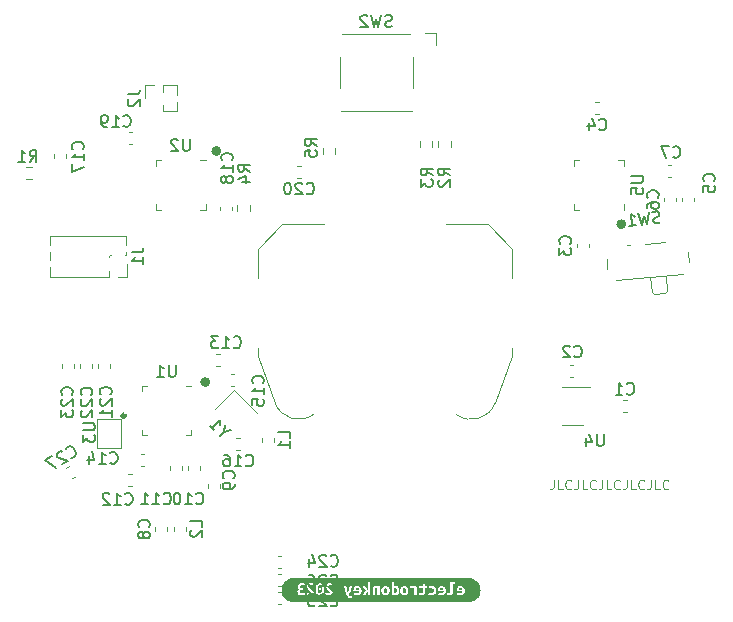
<source format=gbr>
%TF.GenerationSoftware,KiCad,Pcbnew,7.0.7*%
%TF.CreationDate,2023-12-19T22:40:54+02:00*%
%TF.ProjectId,snowflake,736e6f77-666c-4616-9b65-2e6b69636164,rev?*%
%TF.SameCoordinates,Original*%
%TF.FileFunction,Legend,Bot*%
%TF.FilePolarity,Positive*%
%FSLAX46Y46*%
G04 Gerber Fmt 4.6, Leading zero omitted, Abs format (unit mm)*
G04 Created by KiCad (PCBNEW 7.0.7) date 2023-12-19 22:40:54*
%MOMM*%
%LPD*%
G01*
G04 APERTURE LIST*
%ADD10C,0.427868*%
%ADD11C,0.125000*%
%ADD12C,0.150000*%
%ADD13C,0.120000*%
%ADD14C,0.310000*%
G04 APERTURE END LIST*
D10*
X157871734Y-86156800D02*
G75*
G03*
X157871734Y-86156800I-213934J0D01*
G01*
X122641934Y-99517200D02*
G75*
G03*
X122641934Y-99517200I-213934J0D01*
G01*
X123581734Y-79959200D02*
G75*
G03*
X123581734Y-79959200I-213934J0D01*
G01*
D11*
X151936083Y-107807595D02*
X151936083Y-108379023D01*
X151936083Y-108379023D02*
X151897988Y-108493309D01*
X151897988Y-108493309D02*
X151821797Y-108569500D01*
X151821797Y-108569500D02*
X151707512Y-108607595D01*
X151707512Y-108607595D02*
X151631321Y-108607595D01*
X152697988Y-108607595D02*
X152317036Y-108607595D01*
X152317036Y-108607595D02*
X152317036Y-107807595D01*
X153421798Y-108531404D02*
X153383702Y-108569500D01*
X153383702Y-108569500D02*
X153269417Y-108607595D01*
X153269417Y-108607595D02*
X153193226Y-108607595D01*
X153193226Y-108607595D02*
X153078940Y-108569500D01*
X153078940Y-108569500D02*
X153002750Y-108493309D01*
X153002750Y-108493309D02*
X152964655Y-108417119D01*
X152964655Y-108417119D02*
X152926559Y-108264738D01*
X152926559Y-108264738D02*
X152926559Y-108150452D01*
X152926559Y-108150452D02*
X152964655Y-107998071D01*
X152964655Y-107998071D02*
X153002750Y-107921880D01*
X153002750Y-107921880D02*
X153078940Y-107845690D01*
X153078940Y-107845690D02*
X153193226Y-107807595D01*
X153193226Y-107807595D02*
X153269417Y-107807595D01*
X153269417Y-107807595D02*
X153383702Y-107845690D01*
X153383702Y-107845690D02*
X153421798Y-107883785D01*
X153993226Y-107807595D02*
X153993226Y-108379023D01*
X153993226Y-108379023D02*
X153955131Y-108493309D01*
X153955131Y-108493309D02*
X153878940Y-108569500D01*
X153878940Y-108569500D02*
X153764655Y-108607595D01*
X153764655Y-108607595D02*
X153688464Y-108607595D01*
X154755131Y-108607595D02*
X154374179Y-108607595D01*
X154374179Y-108607595D02*
X154374179Y-107807595D01*
X155478941Y-108531404D02*
X155440845Y-108569500D01*
X155440845Y-108569500D02*
X155326560Y-108607595D01*
X155326560Y-108607595D02*
X155250369Y-108607595D01*
X155250369Y-108607595D02*
X155136083Y-108569500D01*
X155136083Y-108569500D02*
X155059893Y-108493309D01*
X155059893Y-108493309D02*
X155021798Y-108417119D01*
X155021798Y-108417119D02*
X154983702Y-108264738D01*
X154983702Y-108264738D02*
X154983702Y-108150452D01*
X154983702Y-108150452D02*
X155021798Y-107998071D01*
X155021798Y-107998071D02*
X155059893Y-107921880D01*
X155059893Y-107921880D02*
X155136083Y-107845690D01*
X155136083Y-107845690D02*
X155250369Y-107807595D01*
X155250369Y-107807595D02*
X155326560Y-107807595D01*
X155326560Y-107807595D02*
X155440845Y-107845690D01*
X155440845Y-107845690D02*
X155478941Y-107883785D01*
X156050369Y-107807595D02*
X156050369Y-108379023D01*
X156050369Y-108379023D02*
X156012274Y-108493309D01*
X156012274Y-108493309D02*
X155936083Y-108569500D01*
X155936083Y-108569500D02*
X155821798Y-108607595D01*
X155821798Y-108607595D02*
X155745607Y-108607595D01*
X156812274Y-108607595D02*
X156431322Y-108607595D01*
X156431322Y-108607595D02*
X156431322Y-107807595D01*
X157536084Y-108531404D02*
X157497988Y-108569500D01*
X157497988Y-108569500D02*
X157383703Y-108607595D01*
X157383703Y-108607595D02*
X157307512Y-108607595D01*
X157307512Y-108607595D02*
X157193226Y-108569500D01*
X157193226Y-108569500D02*
X157117036Y-108493309D01*
X157117036Y-108493309D02*
X157078941Y-108417119D01*
X157078941Y-108417119D02*
X157040845Y-108264738D01*
X157040845Y-108264738D02*
X157040845Y-108150452D01*
X157040845Y-108150452D02*
X157078941Y-107998071D01*
X157078941Y-107998071D02*
X157117036Y-107921880D01*
X157117036Y-107921880D02*
X157193226Y-107845690D01*
X157193226Y-107845690D02*
X157307512Y-107807595D01*
X157307512Y-107807595D02*
X157383703Y-107807595D01*
X157383703Y-107807595D02*
X157497988Y-107845690D01*
X157497988Y-107845690D02*
X157536084Y-107883785D01*
X158107512Y-107807595D02*
X158107512Y-108379023D01*
X158107512Y-108379023D02*
X158069417Y-108493309D01*
X158069417Y-108493309D02*
X157993226Y-108569500D01*
X157993226Y-108569500D02*
X157878941Y-108607595D01*
X157878941Y-108607595D02*
X157802750Y-108607595D01*
X158869417Y-108607595D02*
X158488465Y-108607595D01*
X158488465Y-108607595D02*
X158488465Y-107807595D01*
X159593227Y-108531404D02*
X159555131Y-108569500D01*
X159555131Y-108569500D02*
X159440846Y-108607595D01*
X159440846Y-108607595D02*
X159364655Y-108607595D01*
X159364655Y-108607595D02*
X159250369Y-108569500D01*
X159250369Y-108569500D02*
X159174179Y-108493309D01*
X159174179Y-108493309D02*
X159136084Y-108417119D01*
X159136084Y-108417119D02*
X159097988Y-108264738D01*
X159097988Y-108264738D02*
X159097988Y-108150452D01*
X159097988Y-108150452D02*
X159136084Y-107998071D01*
X159136084Y-107998071D02*
X159174179Y-107921880D01*
X159174179Y-107921880D02*
X159250369Y-107845690D01*
X159250369Y-107845690D02*
X159364655Y-107807595D01*
X159364655Y-107807595D02*
X159440846Y-107807595D01*
X159440846Y-107807595D02*
X159555131Y-107845690D01*
X159555131Y-107845690D02*
X159593227Y-107883785D01*
X160164655Y-107807595D02*
X160164655Y-108379023D01*
X160164655Y-108379023D02*
X160126560Y-108493309D01*
X160126560Y-108493309D02*
X160050369Y-108569500D01*
X160050369Y-108569500D02*
X159936084Y-108607595D01*
X159936084Y-108607595D02*
X159859893Y-108607595D01*
X160926560Y-108607595D02*
X160545608Y-108607595D01*
X160545608Y-108607595D02*
X160545608Y-107807595D01*
X161650370Y-108531404D02*
X161612274Y-108569500D01*
X161612274Y-108569500D02*
X161497989Y-108607595D01*
X161497989Y-108607595D02*
X161421798Y-108607595D01*
X161421798Y-108607595D02*
X161307512Y-108569500D01*
X161307512Y-108569500D02*
X161231322Y-108493309D01*
X161231322Y-108493309D02*
X161193227Y-108417119D01*
X161193227Y-108417119D02*
X161155131Y-108264738D01*
X161155131Y-108264738D02*
X161155131Y-108150452D01*
X161155131Y-108150452D02*
X161193227Y-107998071D01*
X161193227Y-107998071D02*
X161231322Y-107921880D01*
X161231322Y-107921880D02*
X161307512Y-107845690D01*
X161307512Y-107845690D02*
X161421798Y-107807595D01*
X161421798Y-107807595D02*
X161497989Y-107807595D01*
X161497989Y-107807595D02*
X161612274Y-107845690D01*
X161612274Y-107845690D02*
X161650370Y-107883785D01*
D12*
X121112504Y-78953819D02*
X121112504Y-79763342D01*
X121112504Y-79763342D02*
X121064885Y-79858580D01*
X121064885Y-79858580D02*
X121017266Y-79906200D01*
X121017266Y-79906200D02*
X120922028Y-79953819D01*
X120922028Y-79953819D02*
X120731552Y-79953819D01*
X120731552Y-79953819D02*
X120636314Y-79906200D01*
X120636314Y-79906200D02*
X120588695Y-79858580D01*
X120588695Y-79858580D02*
X120541076Y-79763342D01*
X120541076Y-79763342D02*
X120541076Y-78953819D01*
X120112504Y-79049057D02*
X120064885Y-79001438D01*
X120064885Y-79001438D02*
X119969647Y-78953819D01*
X119969647Y-78953819D02*
X119731552Y-78953819D01*
X119731552Y-78953819D02*
X119636314Y-79001438D01*
X119636314Y-79001438D02*
X119588695Y-79049057D01*
X119588695Y-79049057D02*
X119541076Y-79144295D01*
X119541076Y-79144295D02*
X119541076Y-79239533D01*
X119541076Y-79239533D02*
X119588695Y-79382390D01*
X119588695Y-79382390D02*
X120160123Y-79953819D01*
X120160123Y-79953819D02*
X119541076Y-79953819D01*
X165484980Y-82510333D02*
X165532600Y-82462714D01*
X165532600Y-82462714D02*
X165580219Y-82319857D01*
X165580219Y-82319857D02*
X165580219Y-82224619D01*
X165580219Y-82224619D02*
X165532600Y-82081762D01*
X165532600Y-82081762D02*
X165437361Y-81986524D01*
X165437361Y-81986524D02*
X165342123Y-81938905D01*
X165342123Y-81938905D02*
X165151647Y-81891286D01*
X165151647Y-81891286D02*
X165008790Y-81891286D01*
X165008790Y-81891286D02*
X164818314Y-81938905D01*
X164818314Y-81938905D02*
X164723076Y-81986524D01*
X164723076Y-81986524D02*
X164627838Y-82081762D01*
X164627838Y-82081762D02*
X164580219Y-82224619D01*
X164580219Y-82224619D02*
X164580219Y-82319857D01*
X164580219Y-82319857D02*
X164627838Y-82462714D01*
X164627838Y-82462714D02*
X164675457Y-82510333D01*
X164580219Y-83415095D02*
X164580219Y-82938905D01*
X164580219Y-82938905D02*
X165056409Y-82891286D01*
X165056409Y-82891286D02*
X165008790Y-82938905D01*
X165008790Y-82938905D02*
X164961171Y-83034143D01*
X164961171Y-83034143D02*
X164961171Y-83272238D01*
X164961171Y-83272238D02*
X165008790Y-83367476D01*
X165008790Y-83367476D02*
X165056409Y-83415095D01*
X165056409Y-83415095D02*
X165151647Y-83462714D01*
X165151647Y-83462714D02*
X165389742Y-83462714D01*
X165389742Y-83462714D02*
X165484980Y-83415095D01*
X165484980Y-83415095D02*
X165532600Y-83367476D01*
X165532600Y-83367476D02*
X165580219Y-83272238D01*
X165580219Y-83272238D02*
X165580219Y-83034143D01*
X165580219Y-83034143D02*
X165532600Y-82938905D01*
X165532600Y-82938905D02*
X165484980Y-82891286D01*
X118905257Y-109782780D02*
X118952876Y-109830400D01*
X118952876Y-109830400D02*
X119095733Y-109878019D01*
X119095733Y-109878019D02*
X119190971Y-109878019D01*
X119190971Y-109878019D02*
X119333828Y-109830400D01*
X119333828Y-109830400D02*
X119429066Y-109735161D01*
X119429066Y-109735161D02*
X119476685Y-109639923D01*
X119476685Y-109639923D02*
X119524304Y-109449447D01*
X119524304Y-109449447D02*
X119524304Y-109306590D01*
X119524304Y-109306590D02*
X119476685Y-109116114D01*
X119476685Y-109116114D02*
X119429066Y-109020876D01*
X119429066Y-109020876D02*
X119333828Y-108925638D01*
X119333828Y-108925638D02*
X119190971Y-108878019D01*
X119190971Y-108878019D02*
X119095733Y-108878019D01*
X119095733Y-108878019D02*
X118952876Y-108925638D01*
X118952876Y-108925638D02*
X118905257Y-108973257D01*
X117952876Y-109878019D02*
X118524304Y-109878019D01*
X118238590Y-109878019D02*
X118238590Y-108878019D01*
X118238590Y-108878019D02*
X118333828Y-109020876D01*
X118333828Y-109020876D02*
X118429066Y-109116114D01*
X118429066Y-109116114D02*
X118524304Y-109163733D01*
X117000495Y-109878019D02*
X117571923Y-109878019D01*
X117286209Y-109878019D02*
X117286209Y-108878019D01*
X117286209Y-108878019D02*
X117381447Y-109020876D01*
X117381447Y-109020876D02*
X117476685Y-109116114D01*
X117476685Y-109116114D02*
X117571923Y-109163733D01*
X143152019Y-82027733D02*
X142675828Y-81694400D01*
X143152019Y-81456305D02*
X142152019Y-81456305D01*
X142152019Y-81456305D02*
X142152019Y-81837257D01*
X142152019Y-81837257D02*
X142199638Y-81932495D01*
X142199638Y-81932495D02*
X142247257Y-81980114D01*
X142247257Y-81980114D02*
X142342495Y-82027733D01*
X142342495Y-82027733D02*
X142485352Y-82027733D01*
X142485352Y-82027733D02*
X142580590Y-81980114D01*
X142580590Y-81980114D02*
X142628209Y-81932495D01*
X142628209Y-81932495D02*
X142675828Y-81837257D01*
X142675828Y-81837257D02*
X142675828Y-81456305D01*
X142247257Y-82408686D02*
X142199638Y-82456305D01*
X142199638Y-82456305D02*
X142152019Y-82551543D01*
X142152019Y-82551543D02*
X142152019Y-82789638D01*
X142152019Y-82789638D02*
X142199638Y-82884876D01*
X142199638Y-82884876D02*
X142247257Y-82932495D01*
X142247257Y-82932495D02*
X142342495Y-82980114D01*
X142342495Y-82980114D02*
X142437733Y-82980114D01*
X142437733Y-82980114D02*
X142580590Y-82932495D01*
X142580590Y-82932495D02*
X143152019Y-82361067D01*
X143152019Y-82361067D02*
X143152019Y-82980114D01*
X114405580Y-100550742D02*
X114453200Y-100503123D01*
X114453200Y-100503123D02*
X114500819Y-100360266D01*
X114500819Y-100360266D02*
X114500819Y-100265028D01*
X114500819Y-100265028D02*
X114453200Y-100122171D01*
X114453200Y-100122171D02*
X114357961Y-100026933D01*
X114357961Y-100026933D02*
X114262723Y-99979314D01*
X114262723Y-99979314D02*
X114072247Y-99931695D01*
X114072247Y-99931695D02*
X113929390Y-99931695D01*
X113929390Y-99931695D02*
X113738914Y-99979314D01*
X113738914Y-99979314D02*
X113643676Y-100026933D01*
X113643676Y-100026933D02*
X113548438Y-100122171D01*
X113548438Y-100122171D02*
X113500819Y-100265028D01*
X113500819Y-100265028D02*
X113500819Y-100360266D01*
X113500819Y-100360266D02*
X113548438Y-100503123D01*
X113548438Y-100503123D02*
X113596057Y-100550742D01*
X113596057Y-100931695D02*
X113548438Y-100979314D01*
X113548438Y-100979314D02*
X113500819Y-101074552D01*
X113500819Y-101074552D02*
X113500819Y-101312647D01*
X113500819Y-101312647D02*
X113548438Y-101407885D01*
X113548438Y-101407885D02*
X113596057Y-101455504D01*
X113596057Y-101455504D02*
X113691295Y-101503123D01*
X113691295Y-101503123D02*
X113786533Y-101503123D01*
X113786533Y-101503123D02*
X113929390Y-101455504D01*
X113929390Y-101455504D02*
X114500819Y-100884076D01*
X114500819Y-100884076D02*
X114500819Y-101503123D01*
X114500819Y-102455504D02*
X114500819Y-101884076D01*
X114500819Y-102169790D02*
X113500819Y-102169790D01*
X113500819Y-102169790D02*
X113643676Y-102074552D01*
X113643676Y-102074552D02*
X113738914Y-101979314D01*
X113738914Y-101979314D02*
X113786533Y-101884076D01*
X158129266Y-100478780D02*
X158176885Y-100526400D01*
X158176885Y-100526400D02*
X158319742Y-100574019D01*
X158319742Y-100574019D02*
X158414980Y-100574019D01*
X158414980Y-100574019D02*
X158557837Y-100526400D01*
X158557837Y-100526400D02*
X158653075Y-100431161D01*
X158653075Y-100431161D02*
X158700694Y-100335923D01*
X158700694Y-100335923D02*
X158748313Y-100145447D01*
X158748313Y-100145447D02*
X158748313Y-100002590D01*
X158748313Y-100002590D02*
X158700694Y-99812114D01*
X158700694Y-99812114D02*
X158653075Y-99716876D01*
X158653075Y-99716876D02*
X158557837Y-99621638D01*
X158557837Y-99621638D02*
X158414980Y-99574019D01*
X158414980Y-99574019D02*
X158319742Y-99574019D01*
X158319742Y-99574019D02*
X158176885Y-99621638D01*
X158176885Y-99621638D02*
X158129266Y-99669257D01*
X157176885Y-100574019D02*
X157748313Y-100574019D01*
X157462599Y-100574019D02*
X157462599Y-99574019D01*
X157462599Y-99574019D02*
X157557837Y-99716876D01*
X157557837Y-99716876D02*
X157653075Y-99812114D01*
X157653075Y-99812114D02*
X157748313Y-99859733D01*
X119913304Y-98065019D02*
X119913304Y-98874542D01*
X119913304Y-98874542D02*
X119865685Y-98969780D01*
X119865685Y-98969780D02*
X119818066Y-99017400D01*
X119818066Y-99017400D02*
X119722828Y-99065019D01*
X119722828Y-99065019D02*
X119532352Y-99065019D01*
X119532352Y-99065019D02*
X119437114Y-99017400D01*
X119437114Y-99017400D02*
X119389495Y-98969780D01*
X119389495Y-98969780D02*
X119341876Y-98874542D01*
X119341876Y-98874542D02*
X119341876Y-98065019D01*
X118341876Y-99065019D02*
X118913304Y-99065019D01*
X118627590Y-99065019D02*
X118627590Y-98065019D01*
X118627590Y-98065019D02*
X118722828Y-98207876D01*
X118722828Y-98207876D02*
X118818066Y-98303114D01*
X118818066Y-98303114D02*
X118913304Y-98350733D01*
X124823457Y-96549380D02*
X124871076Y-96597000D01*
X124871076Y-96597000D02*
X125013933Y-96644619D01*
X125013933Y-96644619D02*
X125109171Y-96644619D01*
X125109171Y-96644619D02*
X125252028Y-96597000D01*
X125252028Y-96597000D02*
X125347266Y-96501761D01*
X125347266Y-96501761D02*
X125394885Y-96406523D01*
X125394885Y-96406523D02*
X125442504Y-96216047D01*
X125442504Y-96216047D02*
X125442504Y-96073190D01*
X125442504Y-96073190D02*
X125394885Y-95882714D01*
X125394885Y-95882714D02*
X125347266Y-95787476D01*
X125347266Y-95787476D02*
X125252028Y-95692238D01*
X125252028Y-95692238D02*
X125109171Y-95644619D01*
X125109171Y-95644619D02*
X125013933Y-95644619D01*
X125013933Y-95644619D02*
X124871076Y-95692238D01*
X124871076Y-95692238D02*
X124823457Y-95739857D01*
X123871076Y-96644619D02*
X124442504Y-96644619D01*
X124156790Y-96644619D02*
X124156790Y-95644619D01*
X124156790Y-95644619D02*
X124252028Y-95787476D01*
X124252028Y-95787476D02*
X124347266Y-95882714D01*
X124347266Y-95882714D02*
X124442504Y-95930333D01*
X123537742Y-95644619D02*
X122918695Y-95644619D01*
X122918695Y-95644619D02*
X123252028Y-96025571D01*
X123252028Y-96025571D02*
X123109171Y-96025571D01*
X123109171Y-96025571D02*
X123013933Y-96073190D01*
X123013933Y-96073190D02*
X122966314Y-96120809D01*
X122966314Y-96120809D02*
X122918695Y-96216047D01*
X122918695Y-96216047D02*
X122918695Y-96454142D01*
X122918695Y-96454142D02*
X122966314Y-96549380D01*
X122966314Y-96549380D02*
X123013933Y-96597000D01*
X123013933Y-96597000D02*
X123109171Y-96644619D01*
X123109171Y-96644619D02*
X123394885Y-96644619D01*
X123394885Y-96644619D02*
X123490123Y-96597000D01*
X123490123Y-96597000D02*
X123537742Y-96549380D01*
X160727580Y-83908433D02*
X160775200Y-83860814D01*
X160775200Y-83860814D02*
X160822819Y-83717957D01*
X160822819Y-83717957D02*
X160822819Y-83622719D01*
X160822819Y-83622719D02*
X160775200Y-83479862D01*
X160775200Y-83479862D02*
X160679961Y-83384624D01*
X160679961Y-83384624D02*
X160584723Y-83337005D01*
X160584723Y-83337005D02*
X160394247Y-83289386D01*
X160394247Y-83289386D02*
X160251390Y-83289386D01*
X160251390Y-83289386D02*
X160060914Y-83337005D01*
X160060914Y-83337005D02*
X159965676Y-83384624D01*
X159965676Y-83384624D02*
X159870438Y-83479862D01*
X159870438Y-83479862D02*
X159822819Y-83622719D01*
X159822819Y-83622719D02*
X159822819Y-83717957D01*
X159822819Y-83717957D02*
X159870438Y-83860814D01*
X159870438Y-83860814D02*
X159918057Y-83908433D01*
X159822819Y-84765576D02*
X159822819Y-84575100D01*
X159822819Y-84575100D02*
X159870438Y-84479862D01*
X159870438Y-84479862D02*
X159918057Y-84432243D01*
X159918057Y-84432243D02*
X160060914Y-84337005D01*
X160060914Y-84337005D02*
X160251390Y-84289386D01*
X160251390Y-84289386D02*
X160632342Y-84289386D01*
X160632342Y-84289386D02*
X160727580Y-84337005D01*
X160727580Y-84337005D02*
X160775200Y-84384624D01*
X160775200Y-84384624D02*
X160822819Y-84479862D01*
X160822819Y-84479862D02*
X160822819Y-84670338D01*
X160822819Y-84670338D02*
X160775200Y-84765576D01*
X160775200Y-84765576D02*
X160727580Y-84813195D01*
X160727580Y-84813195D02*
X160632342Y-84860814D01*
X160632342Y-84860814D02*
X160394247Y-84860814D01*
X160394247Y-84860814D02*
X160299009Y-84813195D01*
X160299009Y-84813195D02*
X160251390Y-84765576D01*
X160251390Y-84765576D02*
X160203771Y-84670338D01*
X160203771Y-84670338D02*
X160203771Y-84479862D01*
X160203771Y-84479862D02*
X160251390Y-84384624D01*
X160251390Y-84384624D02*
X160299009Y-84337005D01*
X160299009Y-84337005D02*
X160394247Y-84289386D01*
X162040866Y-80445780D02*
X162088485Y-80493400D01*
X162088485Y-80493400D02*
X162231342Y-80541019D01*
X162231342Y-80541019D02*
X162326580Y-80541019D01*
X162326580Y-80541019D02*
X162469437Y-80493400D01*
X162469437Y-80493400D02*
X162564675Y-80398161D01*
X162564675Y-80398161D02*
X162612294Y-80302923D01*
X162612294Y-80302923D02*
X162659913Y-80112447D01*
X162659913Y-80112447D02*
X162659913Y-79969590D01*
X162659913Y-79969590D02*
X162612294Y-79779114D01*
X162612294Y-79779114D02*
X162564675Y-79683876D01*
X162564675Y-79683876D02*
X162469437Y-79588638D01*
X162469437Y-79588638D02*
X162326580Y-79541019D01*
X162326580Y-79541019D02*
X162231342Y-79541019D01*
X162231342Y-79541019D02*
X162088485Y-79588638D01*
X162088485Y-79588638D02*
X162040866Y-79636257D01*
X161707532Y-79541019D02*
X161040866Y-79541019D01*
X161040866Y-79541019D02*
X161469437Y-80541019D01*
X158512619Y-82057095D02*
X159322142Y-82057095D01*
X159322142Y-82057095D02*
X159417380Y-82104714D01*
X159417380Y-82104714D02*
X159465000Y-82152333D01*
X159465000Y-82152333D02*
X159512619Y-82247571D01*
X159512619Y-82247571D02*
X159512619Y-82438047D01*
X159512619Y-82438047D02*
X159465000Y-82533285D01*
X159465000Y-82533285D02*
X159417380Y-82580904D01*
X159417380Y-82580904D02*
X159322142Y-82628523D01*
X159322142Y-82628523D02*
X158512619Y-82628523D01*
X158512619Y-83580904D02*
X158512619Y-83104714D01*
X158512619Y-83104714D02*
X158988809Y-83057095D01*
X158988809Y-83057095D02*
X158941190Y-83104714D01*
X158941190Y-83104714D02*
X158893571Y-83199952D01*
X158893571Y-83199952D02*
X158893571Y-83438047D01*
X158893571Y-83438047D02*
X158941190Y-83533285D01*
X158941190Y-83533285D02*
X158988809Y-83580904D01*
X158988809Y-83580904D02*
X159084047Y-83628523D01*
X159084047Y-83628523D02*
X159322142Y-83628523D01*
X159322142Y-83628523D02*
X159417380Y-83580904D01*
X159417380Y-83580904D02*
X159465000Y-83533285D01*
X159465000Y-83533285D02*
X159512619Y-83438047D01*
X159512619Y-83438047D02*
X159512619Y-83199952D01*
X159512619Y-83199952D02*
X159465000Y-83104714D01*
X159465000Y-83104714D02*
X159417380Y-83057095D01*
X133049757Y-116729780D02*
X133097376Y-116777400D01*
X133097376Y-116777400D02*
X133240233Y-116825019D01*
X133240233Y-116825019D02*
X133335471Y-116825019D01*
X133335471Y-116825019D02*
X133478328Y-116777400D01*
X133478328Y-116777400D02*
X133573566Y-116682161D01*
X133573566Y-116682161D02*
X133621185Y-116586923D01*
X133621185Y-116586923D02*
X133668804Y-116396447D01*
X133668804Y-116396447D02*
X133668804Y-116253590D01*
X133668804Y-116253590D02*
X133621185Y-116063114D01*
X133621185Y-116063114D02*
X133573566Y-115967876D01*
X133573566Y-115967876D02*
X133478328Y-115872638D01*
X133478328Y-115872638D02*
X133335471Y-115825019D01*
X133335471Y-115825019D02*
X133240233Y-115825019D01*
X133240233Y-115825019D02*
X133097376Y-115872638D01*
X133097376Y-115872638D02*
X133049757Y-115920257D01*
X132668804Y-115920257D02*
X132621185Y-115872638D01*
X132621185Y-115872638D02*
X132525947Y-115825019D01*
X132525947Y-115825019D02*
X132287852Y-115825019D01*
X132287852Y-115825019D02*
X132192614Y-115872638D01*
X132192614Y-115872638D02*
X132144995Y-115920257D01*
X132144995Y-115920257D02*
X132097376Y-116015495D01*
X132097376Y-116015495D02*
X132097376Y-116110733D01*
X132097376Y-116110733D02*
X132144995Y-116253590D01*
X132144995Y-116253590D02*
X132716423Y-116825019D01*
X132716423Y-116825019D02*
X132097376Y-116825019D01*
X131240233Y-115825019D02*
X131430709Y-115825019D01*
X131430709Y-115825019D02*
X131525947Y-115872638D01*
X131525947Y-115872638D02*
X131573566Y-115920257D01*
X131573566Y-115920257D02*
X131668804Y-116063114D01*
X131668804Y-116063114D02*
X131716423Y-116253590D01*
X131716423Y-116253590D02*
X131716423Y-116634542D01*
X131716423Y-116634542D02*
X131668804Y-116729780D01*
X131668804Y-116729780D02*
X131621185Y-116777400D01*
X131621185Y-116777400D02*
X131525947Y-116825019D01*
X131525947Y-116825019D02*
X131335471Y-116825019D01*
X131335471Y-116825019D02*
X131240233Y-116777400D01*
X131240233Y-116777400D02*
X131192614Y-116729780D01*
X131192614Y-116729780D02*
X131144995Y-116634542D01*
X131144995Y-116634542D02*
X131144995Y-116396447D01*
X131144995Y-116396447D02*
X131192614Y-116301209D01*
X131192614Y-116301209D02*
X131240233Y-116253590D01*
X131240233Y-116253590D02*
X131335471Y-116205971D01*
X131335471Y-116205971D02*
X131525947Y-116205971D01*
X131525947Y-116205971D02*
X131621185Y-116253590D01*
X131621185Y-116253590D02*
X131668804Y-116301209D01*
X131668804Y-116301209D02*
X131716423Y-116396447D01*
X131021057Y-83526780D02*
X131068676Y-83574400D01*
X131068676Y-83574400D02*
X131211533Y-83622019D01*
X131211533Y-83622019D02*
X131306771Y-83622019D01*
X131306771Y-83622019D02*
X131449628Y-83574400D01*
X131449628Y-83574400D02*
X131544866Y-83479161D01*
X131544866Y-83479161D02*
X131592485Y-83383923D01*
X131592485Y-83383923D02*
X131640104Y-83193447D01*
X131640104Y-83193447D02*
X131640104Y-83050590D01*
X131640104Y-83050590D02*
X131592485Y-82860114D01*
X131592485Y-82860114D02*
X131544866Y-82764876D01*
X131544866Y-82764876D02*
X131449628Y-82669638D01*
X131449628Y-82669638D02*
X131306771Y-82622019D01*
X131306771Y-82622019D02*
X131211533Y-82622019D01*
X131211533Y-82622019D02*
X131068676Y-82669638D01*
X131068676Y-82669638D02*
X131021057Y-82717257D01*
X130640104Y-82717257D02*
X130592485Y-82669638D01*
X130592485Y-82669638D02*
X130497247Y-82622019D01*
X130497247Y-82622019D02*
X130259152Y-82622019D01*
X130259152Y-82622019D02*
X130163914Y-82669638D01*
X130163914Y-82669638D02*
X130116295Y-82717257D01*
X130116295Y-82717257D02*
X130068676Y-82812495D01*
X130068676Y-82812495D02*
X130068676Y-82907733D01*
X130068676Y-82907733D02*
X130116295Y-83050590D01*
X130116295Y-83050590D02*
X130687723Y-83622019D01*
X130687723Y-83622019D02*
X130068676Y-83622019D01*
X129449628Y-82622019D02*
X129354390Y-82622019D01*
X129354390Y-82622019D02*
X129259152Y-82669638D01*
X129259152Y-82669638D02*
X129211533Y-82717257D01*
X129211533Y-82717257D02*
X129163914Y-82812495D01*
X129163914Y-82812495D02*
X129116295Y-83002971D01*
X129116295Y-83002971D02*
X129116295Y-83241066D01*
X129116295Y-83241066D02*
X129163914Y-83431542D01*
X129163914Y-83431542D02*
X129211533Y-83526780D01*
X129211533Y-83526780D02*
X129259152Y-83574400D01*
X129259152Y-83574400D02*
X129354390Y-83622019D01*
X129354390Y-83622019D02*
X129449628Y-83622019D01*
X129449628Y-83622019D02*
X129544866Y-83574400D01*
X129544866Y-83574400D02*
X129592485Y-83526780D01*
X129592485Y-83526780D02*
X129640104Y-83431542D01*
X129640104Y-83431542D02*
X129687723Y-83241066D01*
X129687723Y-83241066D02*
X129687723Y-83002971D01*
X129687723Y-83002971D02*
X129640104Y-82812495D01*
X129640104Y-82812495D02*
X129592485Y-82717257D01*
X129592485Y-82717257D02*
X129544866Y-82669638D01*
X129544866Y-82669638D02*
X129449628Y-82622019D01*
X153310780Y-87794633D02*
X153358400Y-87747014D01*
X153358400Y-87747014D02*
X153406019Y-87604157D01*
X153406019Y-87604157D02*
X153406019Y-87508919D01*
X153406019Y-87508919D02*
X153358400Y-87366062D01*
X153358400Y-87366062D02*
X153263161Y-87270824D01*
X153263161Y-87270824D02*
X153167923Y-87223205D01*
X153167923Y-87223205D02*
X152977447Y-87175586D01*
X152977447Y-87175586D02*
X152834590Y-87175586D01*
X152834590Y-87175586D02*
X152644114Y-87223205D01*
X152644114Y-87223205D02*
X152548876Y-87270824D01*
X152548876Y-87270824D02*
X152453638Y-87366062D01*
X152453638Y-87366062D02*
X152406019Y-87508919D01*
X152406019Y-87508919D02*
X152406019Y-87604157D01*
X152406019Y-87604157D02*
X152453638Y-87747014D01*
X152453638Y-87747014D02*
X152501257Y-87794633D01*
X152406019Y-88127967D02*
X152406019Y-88747014D01*
X152406019Y-88747014D02*
X152786971Y-88413681D01*
X152786971Y-88413681D02*
X152786971Y-88556538D01*
X152786971Y-88556538D02*
X152834590Y-88651776D01*
X152834590Y-88651776D02*
X152882209Y-88699395D01*
X152882209Y-88699395D02*
X152977447Y-88747014D01*
X152977447Y-88747014D02*
X153215542Y-88747014D01*
X153215542Y-88747014D02*
X153310780Y-88699395D01*
X153310780Y-88699395D02*
X153358400Y-88651776D01*
X153358400Y-88651776D02*
X153406019Y-88556538D01*
X153406019Y-88556538D02*
X153406019Y-88270824D01*
X153406019Y-88270824D02*
X153358400Y-88175586D01*
X153358400Y-88175586D02*
X153310780Y-88127967D01*
X138239332Y-69411600D02*
X138096475Y-69459219D01*
X138096475Y-69459219D02*
X137858380Y-69459219D01*
X137858380Y-69459219D02*
X137763142Y-69411600D01*
X137763142Y-69411600D02*
X137715523Y-69363980D01*
X137715523Y-69363980D02*
X137667904Y-69268742D01*
X137667904Y-69268742D02*
X137667904Y-69173504D01*
X137667904Y-69173504D02*
X137715523Y-69078266D01*
X137715523Y-69078266D02*
X137763142Y-69030647D01*
X137763142Y-69030647D02*
X137858380Y-68983028D01*
X137858380Y-68983028D02*
X138048856Y-68935409D01*
X138048856Y-68935409D02*
X138144094Y-68887790D01*
X138144094Y-68887790D02*
X138191713Y-68840171D01*
X138191713Y-68840171D02*
X138239332Y-68744933D01*
X138239332Y-68744933D02*
X138239332Y-68649695D01*
X138239332Y-68649695D02*
X138191713Y-68554457D01*
X138191713Y-68554457D02*
X138144094Y-68506838D01*
X138144094Y-68506838D02*
X138048856Y-68459219D01*
X138048856Y-68459219D02*
X137810761Y-68459219D01*
X137810761Y-68459219D02*
X137667904Y-68506838D01*
X137334570Y-68459219D02*
X137096475Y-69459219D01*
X137096475Y-69459219D02*
X136905999Y-68744933D01*
X136905999Y-68744933D02*
X136715523Y-69459219D01*
X136715523Y-69459219D02*
X136477428Y-68459219D01*
X136144094Y-68554457D02*
X136096475Y-68506838D01*
X136096475Y-68506838D02*
X136001237Y-68459219D01*
X136001237Y-68459219D02*
X135763142Y-68459219D01*
X135763142Y-68459219D02*
X135667904Y-68506838D01*
X135667904Y-68506838D02*
X135620285Y-68554457D01*
X135620285Y-68554457D02*
X135572666Y-68649695D01*
X135572666Y-68649695D02*
X135572666Y-68744933D01*
X135572666Y-68744933D02*
X135620285Y-68887790D01*
X135620285Y-68887790D02*
X136191713Y-69459219D01*
X136191713Y-69459219D02*
X135572666Y-69459219D01*
X131849019Y-79513133D02*
X131372828Y-79179800D01*
X131849019Y-78941705D02*
X130849019Y-78941705D01*
X130849019Y-78941705D02*
X130849019Y-79322657D01*
X130849019Y-79322657D02*
X130896638Y-79417895D01*
X130896638Y-79417895D02*
X130944257Y-79465514D01*
X130944257Y-79465514D02*
X131039495Y-79513133D01*
X131039495Y-79513133D02*
X131182352Y-79513133D01*
X131182352Y-79513133D02*
X131277590Y-79465514D01*
X131277590Y-79465514D02*
X131325209Y-79417895D01*
X131325209Y-79417895D02*
X131372828Y-79322657D01*
X131372828Y-79322657D02*
X131372828Y-78941705D01*
X130849019Y-80417895D02*
X130849019Y-79941705D01*
X130849019Y-79941705D02*
X131325209Y-79894086D01*
X131325209Y-79894086D02*
X131277590Y-79941705D01*
X131277590Y-79941705D02*
X131229971Y-80036943D01*
X131229971Y-80036943D02*
X131229971Y-80275038D01*
X131229971Y-80275038D02*
X131277590Y-80370276D01*
X131277590Y-80370276D02*
X131325209Y-80417895D01*
X131325209Y-80417895D02*
X131420447Y-80465514D01*
X131420447Y-80465514D02*
X131658542Y-80465514D01*
X131658542Y-80465514D02*
X131753780Y-80417895D01*
X131753780Y-80417895D02*
X131801400Y-80370276D01*
X131801400Y-80370276D02*
X131849019Y-80275038D01*
X131849019Y-80275038D02*
X131849019Y-80036943D01*
X131849019Y-80036943D02*
X131801400Y-79941705D01*
X131801400Y-79941705D02*
X131753780Y-79894086D01*
X124667180Y-80738742D02*
X124714800Y-80691123D01*
X124714800Y-80691123D02*
X124762419Y-80548266D01*
X124762419Y-80548266D02*
X124762419Y-80453028D01*
X124762419Y-80453028D02*
X124714800Y-80310171D01*
X124714800Y-80310171D02*
X124619561Y-80214933D01*
X124619561Y-80214933D02*
X124524323Y-80167314D01*
X124524323Y-80167314D02*
X124333847Y-80119695D01*
X124333847Y-80119695D02*
X124190990Y-80119695D01*
X124190990Y-80119695D02*
X124000514Y-80167314D01*
X124000514Y-80167314D02*
X123905276Y-80214933D01*
X123905276Y-80214933D02*
X123810038Y-80310171D01*
X123810038Y-80310171D02*
X123762419Y-80453028D01*
X123762419Y-80453028D02*
X123762419Y-80548266D01*
X123762419Y-80548266D02*
X123810038Y-80691123D01*
X123810038Y-80691123D02*
X123857657Y-80738742D01*
X124762419Y-81691123D02*
X124762419Y-81119695D01*
X124762419Y-81405409D02*
X123762419Y-81405409D01*
X123762419Y-81405409D02*
X123905276Y-81310171D01*
X123905276Y-81310171D02*
X124000514Y-81214933D01*
X124000514Y-81214933D02*
X124048133Y-81119695D01*
X124190990Y-82262552D02*
X124143371Y-82167314D01*
X124143371Y-82167314D02*
X124095752Y-82119695D01*
X124095752Y-82119695D02*
X124000514Y-82072076D01*
X124000514Y-82072076D02*
X123952895Y-82072076D01*
X123952895Y-82072076D02*
X123857657Y-82119695D01*
X123857657Y-82119695D02*
X123810038Y-82167314D01*
X123810038Y-82167314D02*
X123762419Y-82262552D01*
X123762419Y-82262552D02*
X123762419Y-82453028D01*
X123762419Y-82453028D02*
X123810038Y-82548266D01*
X123810038Y-82548266D02*
X123857657Y-82595885D01*
X123857657Y-82595885D02*
X123952895Y-82643504D01*
X123952895Y-82643504D02*
X124000514Y-82643504D01*
X124000514Y-82643504D02*
X124095752Y-82595885D01*
X124095752Y-82595885D02*
X124143371Y-82548266D01*
X124143371Y-82548266D02*
X124190990Y-82453028D01*
X124190990Y-82453028D02*
X124190990Y-82262552D01*
X124190990Y-82262552D02*
X124238609Y-82167314D01*
X124238609Y-82167314D02*
X124286228Y-82119695D01*
X124286228Y-82119695D02*
X124381466Y-82072076D01*
X124381466Y-82072076D02*
X124571942Y-82072076D01*
X124571942Y-82072076D02*
X124667180Y-82119695D01*
X124667180Y-82119695D02*
X124714800Y-82167314D01*
X124714800Y-82167314D02*
X124762419Y-82262552D01*
X124762419Y-82262552D02*
X124762419Y-82453028D01*
X124762419Y-82453028D02*
X124714800Y-82548266D01*
X124714800Y-82548266D02*
X124667180Y-82595885D01*
X124667180Y-82595885D02*
X124571942Y-82643504D01*
X124571942Y-82643504D02*
X124381466Y-82643504D01*
X124381466Y-82643504D02*
X124286228Y-82595885D01*
X124286228Y-82595885D02*
X124238609Y-82548266D01*
X124238609Y-82548266D02*
X124190990Y-82453028D01*
X115869819Y-75155466D02*
X116584104Y-75155466D01*
X116584104Y-75155466D02*
X116726961Y-75107847D01*
X116726961Y-75107847D02*
X116822200Y-75012609D01*
X116822200Y-75012609D02*
X116869819Y-74869752D01*
X116869819Y-74869752D02*
X116869819Y-74774514D01*
X115965057Y-75584038D02*
X115917438Y-75631657D01*
X115917438Y-75631657D02*
X115869819Y-75726895D01*
X115869819Y-75726895D02*
X115869819Y-75964990D01*
X115869819Y-75964990D02*
X115917438Y-76060228D01*
X115917438Y-76060228D02*
X115965057Y-76107847D01*
X115965057Y-76107847D02*
X116060295Y-76155466D01*
X116060295Y-76155466D02*
X116155533Y-76155466D01*
X116155533Y-76155466D02*
X116298390Y-76107847D01*
X116298390Y-76107847D02*
X116869819Y-75536419D01*
X116869819Y-75536419D02*
X116869819Y-76155466D01*
X112043380Y-79798942D02*
X112091000Y-79751323D01*
X112091000Y-79751323D02*
X112138619Y-79608466D01*
X112138619Y-79608466D02*
X112138619Y-79513228D01*
X112138619Y-79513228D02*
X112091000Y-79370371D01*
X112091000Y-79370371D02*
X111995761Y-79275133D01*
X111995761Y-79275133D02*
X111900523Y-79227514D01*
X111900523Y-79227514D02*
X111710047Y-79179895D01*
X111710047Y-79179895D02*
X111567190Y-79179895D01*
X111567190Y-79179895D02*
X111376714Y-79227514D01*
X111376714Y-79227514D02*
X111281476Y-79275133D01*
X111281476Y-79275133D02*
X111186238Y-79370371D01*
X111186238Y-79370371D02*
X111138619Y-79513228D01*
X111138619Y-79513228D02*
X111138619Y-79608466D01*
X111138619Y-79608466D02*
X111186238Y-79751323D01*
X111186238Y-79751323D02*
X111233857Y-79798942D01*
X112138619Y-80751323D02*
X112138619Y-80179895D01*
X112138619Y-80465609D02*
X111138619Y-80465609D01*
X111138619Y-80465609D02*
X111281476Y-80370371D01*
X111281476Y-80370371D02*
X111376714Y-80275133D01*
X111376714Y-80275133D02*
X111424333Y-80179895D01*
X111138619Y-81084657D02*
X111138619Y-81751323D01*
X111138619Y-81751323D02*
X112138619Y-81322752D01*
X116186419Y-88541266D02*
X116900704Y-88541266D01*
X116900704Y-88541266D02*
X117043561Y-88493647D01*
X117043561Y-88493647D02*
X117138800Y-88398409D01*
X117138800Y-88398409D02*
X117186419Y-88255552D01*
X117186419Y-88255552D02*
X117186419Y-88160314D01*
X117186419Y-89541266D02*
X117186419Y-88969838D01*
X117186419Y-89255552D02*
X116186419Y-89255552D01*
X116186419Y-89255552D02*
X116329276Y-89160314D01*
X116329276Y-89160314D02*
X116424514Y-89065076D01*
X116424514Y-89065076D02*
X116472133Y-88969838D01*
X123981815Y-103716819D02*
X123645097Y-104053537D01*
X124587906Y-103582132D02*
X123981815Y-103716819D01*
X123981815Y-103716819D02*
X124116502Y-103110728D01*
X122803304Y-103211743D02*
X123207365Y-103615804D01*
X123005334Y-103413773D02*
X123712441Y-102706667D01*
X123712441Y-102706667D02*
X123678769Y-102875025D01*
X123678769Y-102875025D02*
X123678769Y-103009712D01*
X123678769Y-103009712D02*
X123712441Y-103110728D01*
X114384057Y-106328380D02*
X114431676Y-106376000D01*
X114431676Y-106376000D02*
X114574533Y-106423619D01*
X114574533Y-106423619D02*
X114669771Y-106423619D01*
X114669771Y-106423619D02*
X114812628Y-106376000D01*
X114812628Y-106376000D02*
X114907866Y-106280761D01*
X114907866Y-106280761D02*
X114955485Y-106185523D01*
X114955485Y-106185523D02*
X115003104Y-105995047D01*
X115003104Y-105995047D02*
X115003104Y-105852190D01*
X115003104Y-105852190D02*
X114955485Y-105661714D01*
X114955485Y-105661714D02*
X114907866Y-105566476D01*
X114907866Y-105566476D02*
X114812628Y-105471238D01*
X114812628Y-105471238D02*
X114669771Y-105423619D01*
X114669771Y-105423619D02*
X114574533Y-105423619D01*
X114574533Y-105423619D02*
X114431676Y-105471238D01*
X114431676Y-105471238D02*
X114384057Y-105518857D01*
X113431676Y-106423619D02*
X114003104Y-106423619D01*
X113717390Y-106423619D02*
X113717390Y-105423619D01*
X113717390Y-105423619D02*
X113812628Y-105566476D01*
X113812628Y-105566476D02*
X113907866Y-105661714D01*
X113907866Y-105661714D02*
X114003104Y-105709333D01*
X112574533Y-105756952D02*
X112574533Y-106423619D01*
X112812628Y-105376000D02*
X113050723Y-106090285D01*
X113050723Y-106090285D02*
X112431676Y-106090285D01*
X115654057Y-109808180D02*
X115701676Y-109855800D01*
X115701676Y-109855800D02*
X115844533Y-109903419D01*
X115844533Y-109903419D02*
X115939771Y-109903419D01*
X115939771Y-109903419D02*
X116082628Y-109855800D01*
X116082628Y-109855800D02*
X116177866Y-109760561D01*
X116177866Y-109760561D02*
X116225485Y-109665323D01*
X116225485Y-109665323D02*
X116273104Y-109474847D01*
X116273104Y-109474847D02*
X116273104Y-109331990D01*
X116273104Y-109331990D02*
X116225485Y-109141514D01*
X116225485Y-109141514D02*
X116177866Y-109046276D01*
X116177866Y-109046276D02*
X116082628Y-108951038D01*
X116082628Y-108951038D02*
X115939771Y-108903419D01*
X115939771Y-108903419D02*
X115844533Y-108903419D01*
X115844533Y-108903419D02*
X115701676Y-108951038D01*
X115701676Y-108951038D02*
X115654057Y-108998657D01*
X114701676Y-109903419D02*
X115273104Y-109903419D01*
X114987390Y-109903419D02*
X114987390Y-108903419D01*
X114987390Y-108903419D02*
X115082628Y-109046276D01*
X115082628Y-109046276D02*
X115177866Y-109141514D01*
X115177866Y-109141514D02*
X115273104Y-109189133D01*
X114320723Y-108998657D02*
X114273104Y-108951038D01*
X114273104Y-108951038D02*
X114177866Y-108903419D01*
X114177866Y-108903419D02*
X113939771Y-108903419D01*
X113939771Y-108903419D02*
X113844533Y-108951038D01*
X113844533Y-108951038D02*
X113796914Y-108998657D01*
X113796914Y-108998657D02*
X113749295Y-109093895D01*
X113749295Y-109093895D02*
X113749295Y-109189133D01*
X113749295Y-109189133D02*
X113796914Y-109331990D01*
X113796914Y-109331990D02*
X114368342Y-109903419D01*
X114368342Y-109903419D02*
X113749295Y-109903419D01*
X125863757Y-106564580D02*
X125911376Y-106612200D01*
X125911376Y-106612200D02*
X126054233Y-106659819D01*
X126054233Y-106659819D02*
X126149471Y-106659819D01*
X126149471Y-106659819D02*
X126292328Y-106612200D01*
X126292328Y-106612200D02*
X126387566Y-106516961D01*
X126387566Y-106516961D02*
X126435185Y-106421723D01*
X126435185Y-106421723D02*
X126482804Y-106231247D01*
X126482804Y-106231247D02*
X126482804Y-106088390D01*
X126482804Y-106088390D02*
X126435185Y-105897914D01*
X126435185Y-105897914D02*
X126387566Y-105802676D01*
X126387566Y-105802676D02*
X126292328Y-105707438D01*
X126292328Y-105707438D02*
X126149471Y-105659819D01*
X126149471Y-105659819D02*
X126054233Y-105659819D01*
X126054233Y-105659819D02*
X125911376Y-105707438D01*
X125911376Y-105707438D02*
X125863757Y-105755057D01*
X124911376Y-106659819D02*
X125482804Y-106659819D01*
X125197090Y-106659819D02*
X125197090Y-105659819D01*
X125197090Y-105659819D02*
X125292328Y-105802676D01*
X125292328Y-105802676D02*
X125387566Y-105897914D01*
X125387566Y-105897914D02*
X125482804Y-105945533D01*
X124054233Y-105659819D02*
X124244709Y-105659819D01*
X124244709Y-105659819D02*
X124339947Y-105707438D01*
X124339947Y-105707438D02*
X124387566Y-105755057D01*
X124387566Y-105755057D02*
X124482804Y-105897914D01*
X124482804Y-105897914D02*
X124530423Y-106088390D01*
X124530423Y-106088390D02*
X124530423Y-106469342D01*
X124530423Y-106469342D02*
X124482804Y-106564580D01*
X124482804Y-106564580D02*
X124435185Y-106612200D01*
X124435185Y-106612200D02*
X124339947Y-106659819D01*
X124339947Y-106659819D02*
X124149471Y-106659819D01*
X124149471Y-106659819D02*
X124054233Y-106612200D01*
X124054233Y-106612200D02*
X124006614Y-106564580D01*
X124006614Y-106564580D02*
X123958995Y-106469342D01*
X123958995Y-106469342D02*
X123958995Y-106231247D01*
X123958995Y-106231247D02*
X124006614Y-106136009D01*
X124006614Y-106136009D02*
X124054233Y-106088390D01*
X124054233Y-106088390D02*
X124149471Y-106040771D01*
X124149471Y-106040771D02*
X124339947Y-106040771D01*
X124339947Y-106040771D02*
X124435185Y-106088390D01*
X124435185Y-106088390D02*
X124482804Y-106136009D01*
X124482804Y-106136009D02*
X124530423Y-106231247D01*
X121648457Y-109782780D02*
X121696076Y-109830400D01*
X121696076Y-109830400D02*
X121838933Y-109878019D01*
X121838933Y-109878019D02*
X121934171Y-109878019D01*
X121934171Y-109878019D02*
X122077028Y-109830400D01*
X122077028Y-109830400D02*
X122172266Y-109735161D01*
X122172266Y-109735161D02*
X122219885Y-109639923D01*
X122219885Y-109639923D02*
X122267504Y-109449447D01*
X122267504Y-109449447D02*
X122267504Y-109306590D01*
X122267504Y-109306590D02*
X122219885Y-109116114D01*
X122219885Y-109116114D02*
X122172266Y-109020876D01*
X122172266Y-109020876D02*
X122077028Y-108925638D01*
X122077028Y-108925638D02*
X121934171Y-108878019D01*
X121934171Y-108878019D02*
X121838933Y-108878019D01*
X121838933Y-108878019D02*
X121696076Y-108925638D01*
X121696076Y-108925638D02*
X121648457Y-108973257D01*
X120696076Y-109878019D02*
X121267504Y-109878019D01*
X120981790Y-109878019D02*
X120981790Y-108878019D01*
X120981790Y-108878019D02*
X121077028Y-109020876D01*
X121077028Y-109020876D02*
X121172266Y-109116114D01*
X121172266Y-109116114D02*
X121267504Y-109163733D01*
X120077028Y-108878019D02*
X119981790Y-108878019D01*
X119981790Y-108878019D02*
X119886552Y-108925638D01*
X119886552Y-108925638D02*
X119838933Y-108973257D01*
X119838933Y-108973257D02*
X119791314Y-109068495D01*
X119791314Y-109068495D02*
X119743695Y-109258971D01*
X119743695Y-109258971D02*
X119743695Y-109497066D01*
X119743695Y-109497066D02*
X119791314Y-109687542D01*
X119791314Y-109687542D02*
X119838933Y-109782780D01*
X119838933Y-109782780D02*
X119886552Y-109830400D01*
X119886552Y-109830400D02*
X119981790Y-109878019D01*
X119981790Y-109878019D02*
X120077028Y-109878019D01*
X120077028Y-109878019D02*
X120172266Y-109830400D01*
X120172266Y-109830400D02*
X120219885Y-109782780D01*
X120219885Y-109782780D02*
X120267504Y-109687542D01*
X120267504Y-109687542D02*
X120315123Y-109497066D01*
X120315123Y-109497066D02*
X120315123Y-109258971D01*
X120315123Y-109258971D02*
X120267504Y-109068495D01*
X120267504Y-109068495D02*
X120219885Y-108973257D01*
X120219885Y-108973257D02*
X120172266Y-108925638D01*
X120172266Y-108925638D02*
X120077028Y-108878019D01*
X141678819Y-82027733D02*
X141202628Y-81694400D01*
X141678819Y-81456305D02*
X140678819Y-81456305D01*
X140678819Y-81456305D02*
X140678819Y-81837257D01*
X140678819Y-81837257D02*
X140726438Y-81932495D01*
X140726438Y-81932495D02*
X140774057Y-81980114D01*
X140774057Y-81980114D02*
X140869295Y-82027733D01*
X140869295Y-82027733D02*
X141012152Y-82027733D01*
X141012152Y-82027733D02*
X141107390Y-81980114D01*
X141107390Y-81980114D02*
X141155009Y-81932495D01*
X141155009Y-81932495D02*
X141202628Y-81837257D01*
X141202628Y-81837257D02*
X141202628Y-81456305D01*
X140678819Y-82361067D02*
X140678819Y-82980114D01*
X140678819Y-82980114D02*
X141059771Y-82646781D01*
X141059771Y-82646781D02*
X141059771Y-82789638D01*
X141059771Y-82789638D02*
X141107390Y-82884876D01*
X141107390Y-82884876D02*
X141155009Y-82932495D01*
X141155009Y-82932495D02*
X141250247Y-82980114D01*
X141250247Y-82980114D02*
X141488342Y-82980114D01*
X141488342Y-82980114D02*
X141583580Y-82932495D01*
X141583580Y-82932495D02*
X141631200Y-82884876D01*
X141631200Y-82884876D02*
X141678819Y-82789638D01*
X141678819Y-82789638D02*
X141678819Y-82503924D01*
X141678819Y-82503924D02*
X141631200Y-82408686D01*
X141631200Y-82408686D02*
X141583580Y-82361067D01*
X117649180Y-111797633D02*
X117696800Y-111750014D01*
X117696800Y-111750014D02*
X117744419Y-111607157D01*
X117744419Y-111607157D02*
X117744419Y-111511919D01*
X117744419Y-111511919D02*
X117696800Y-111369062D01*
X117696800Y-111369062D02*
X117601561Y-111273824D01*
X117601561Y-111273824D02*
X117506323Y-111226205D01*
X117506323Y-111226205D02*
X117315847Y-111178586D01*
X117315847Y-111178586D02*
X117172990Y-111178586D01*
X117172990Y-111178586D02*
X116982514Y-111226205D01*
X116982514Y-111226205D02*
X116887276Y-111273824D01*
X116887276Y-111273824D02*
X116792038Y-111369062D01*
X116792038Y-111369062D02*
X116744419Y-111511919D01*
X116744419Y-111511919D02*
X116744419Y-111607157D01*
X116744419Y-111607157D02*
X116792038Y-111750014D01*
X116792038Y-111750014D02*
X116839657Y-111797633D01*
X117172990Y-112369062D02*
X117125371Y-112273824D01*
X117125371Y-112273824D02*
X117077752Y-112226205D01*
X117077752Y-112226205D02*
X116982514Y-112178586D01*
X116982514Y-112178586D02*
X116934895Y-112178586D01*
X116934895Y-112178586D02*
X116839657Y-112226205D01*
X116839657Y-112226205D02*
X116792038Y-112273824D01*
X116792038Y-112273824D02*
X116744419Y-112369062D01*
X116744419Y-112369062D02*
X116744419Y-112559538D01*
X116744419Y-112559538D02*
X116792038Y-112654776D01*
X116792038Y-112654776D02*
X116839657Y-112702395D01*
X116839657Y-112702395D02*
X116934895Y-112750014D01*
X116934895Y-112750014D02*
X116982514Y-112750014D01*
X116982514Y-112750014D02*
X117077752Y-112702395D01*
X117077752Y-112702395D02*
X117125371Y-112654776D01*
X117125371Y-112654776D02*
X117172990Y-112559538D01*
X117172990Y-112559538D02*
X117172990Y-112369062D01*
X117172990Y-112369062D02*
X117220609Y-112273824D01*
X117220609Y-112273824D02*
X117268228Y-112226205D01*
X117268228Y-112226205D02*
X117363466Y-112178586D01*
X117363466Y-112178586D02*
X117553942Y-112178586D01*
X117553942Y-112178586D02*
X117649180Y-112226205D01*
X117649180Y-112226205D02*
X117696800Y-112273824D01*
X117696800Y-112273824D02*
X117744419Y-112369062D01*
X117744419Y-112369062D02*
X117744419Y-112559538D01*
X117744419Y-112559538D02*
X117696800Y-112654776D01*
X117696800Y-112654776D02*
X117649180Y-112702395D01*
X117649180Y-112702395D02*
X117553942Y-112750014D01*
X117553942Y-112750014D02*
X117363466Y-112750014D01*
X117363466Y-112750014D02*
X117268228Y-112702395D01*
X117268228Y-112702395D02*
X117220609Y-112654776D01*
X117220609Y-112654776D02*
X117172990Y-112559538D01*
X112779980Y-100601542D02*
X112827600Y-100553923D01*
X112827600Y-100553923D02*
X112875219Y-100411066D01*
X112875219Y-100411066D02*
X112875219Y-100315828D01*
X112875219Y-100315828D02*
X112827600Y-100172971D01*
X112827600Y-100172971D02*
X112732361Y-100077733D01*
X112732361Y-100077733D02*
X112637123Y-100030114D01*
X112637123Y-100030114D02*
X112446647Y-99982495D01*
X112446647Y-99982495D02*
X112303790Y-99982495D01*
X112303790Y-99982495D02*
X112113314Y-100030114D01*
X112113314Y-100030114D02*
X112018076Y-100077733D01*
X112018076Y-100077733D02*
X111922838Y-100172971D01*
X111922838Y-100172971D02*
X111875219Y-100315828D01*
X111875219Y-100315828D02*
X111875219Y-100411066D01*
X111875219Y-100411066D02*
X111922838Y-100553923D01*
X111922838Y-100553923D02*
X111970457Y-100601542D01*
X111970457Y-100982495D02*
X111922838Y-101030114D01*
X111922838Y-101030114D02*
X111875219Y-101125352D01*
X111875219Y-101125352D02*
X111875219Y-101363447D01*
X111875219Y-101363447D02*
X111922838Y-101458685D01*
X111922838Y-101458685D02*
X111970457Y-101506304D01*
X111970457Y-101506304D02*
X112065695Y-101553923D01*
X112065695Y-101553923D02*
X112160933Y-101553923D01*
X112160933Y-101553923D02*
X112303790Y-101506304D01*
X112303790Y-101506304D02*
X112875219Y-100934876D01*
X112875219Y-100934876D02*
X112875219Y-101553923D01*
X111970457Y-101934876D02*
X111922838Y-101982495D01*
X111922838Y-101982495D02*
X111875219Y-102077733D01*
X111875219Y-102077733D02*
X111875219Y-102315828D01*
X111875219Y-102315828D02*
X111922838Y-102411066D01*
X111922838Y-102411066D02*
X111970457Y-102458685D01*
X111970457Y-102458685D02*
X112065695Y-102506304D01*
X112065695Y-102506304D02*
X112160933Y-102506304D01*
X112160933Y-102506304D02*
X112303790Y-102458685D01*
X112303790Y-102458685D02*
X112875219Y-101887257D01*
X112875219Y-101887257D02*
X112875219Y-102506304D01*
X153684266Y-97336780D02*
X153731885Y-97384400D01*
X153731885Y-97384400D02*
X153874742Y-97432019D01*
X153874742Y-97432019D02*
X153969980Y-97432019D01*
X153969980Y-97432019D02*
X154112837Y-97384400D01*
X154112837Y-97384400D02*
X154208075Y-97289161D01*
X154208075Y-97289161D02*
X154255694Y-97193923D01*
X154255694Y-97193923D02*
X154303313Y-97003447D01*
X154303313Y-97003447D02*
X154303313Y-96860590D01*
X154303313Y-96860590D02*
X154255694Y-96670114D01*
X154255694Y-96670114D02*
X154208075Y-96574876D01*
X154208075Y-96574876D02*
X154112837Y-96479638D01*
X154112837Y-96479638D02*
X153969980Y-96432019D01*
X153969980Y-96432019D02*
X153874742Y-96432019D01*
X153874742Y-96432019D02*
X153731885Y-96479638D01*
X153731885Y-96479638D02*
X153684266Y-96527257D01*
X153303313Y-96527257D02*
X153255694Y-96479638D01*
X153255694Y-96479638D02*
X153160456Y-96432019D01*
X153160456Y-96432019D02*
X152922361Y-96432019D01*
X152922361Y-96432019D02*
X152827123Y-96479638D01*
X152827123Y-96479638D02*
X152779504Y-96527257D01*
X152779504Y-96527257D02*
X152731885Y-96622495D01*
X152731885Y-96622495D02*
X152731885Y-96717733D01*
X152731885Y-96717733D02*
X152779504Y-96860590D01*
X152779504Y-96860590D02*
X153350932Y-97432019D01*
X153350932Y-97432019D02*
X152731885Y-97432019D01*
X127308780Y-99610942D02*
X127356400Y-99563323D01*
X127356400Y-99563323D02*
X127404019Y-99420466D01*
X127404019Y-99420466D02*
X127404019Y-99325228D01*
X127404019Y-99325228D02*
X127356400Y-99182371D01*
X127356400Y-99182371D02*
X127261161Y-99087133D01*
X127261161Y-99087133D02*
X127165923Y-99039514D01*
X127165923Y-99039514D02*
X126975447Y-98991895D01*
X126975447Y-98991895D02*
X126832590Y-98991895D01*
X126832590Y-98991895D02*
X126642114Y-99039514D01*
X126642114Y-99039514D02*
X126546876Y-99087133D01*
X126546876Y-99087133D02*
X126451638Y-99182371D01*
X126451638Y-99182371D02*
X126404019Y-99325228D01*
X126404019Y-99325228D02*
X126404019Y-99420466D01*
X126404019Y-99420466D02*
X126451638Y-99563323D01*
X126451638Y-99563323D02*
X126499257Y-99610942D01*
X127404019Y-100563323D02*
X127404019Y-99991895D01*
X127404019Y-100277609D02*
X126404019Y-100277609D01*
X126404019Y-100277609D02*
X126546876Y-100182371D01*
X126546876Y-100182371D02*
X126642114Y-100087133D01*
X126642114Y-100087133D02*
X126689733Y-99991895D01*
X126404019Y-101468085D02*
X126404019Y-100991895D01*
X126404019Y-100991895D02*
X126880209Y-100944276D01*
X126880209Y-100944276D02*
X126832590Y-100991895D01*
X126832590Y-100991895D02*
X126784971Y-101087133D01*
X126784971Y-101087133D02*
X126784971Y-101325228D01*
X126784971Y-101325228D02*
X126832590Y-101420466D01*
X126832590Y-101420466D02*
X126880209Y-101468085D01*
X126880209Y-101468085D02*
X126975447Y-101515704D01*
X126975447Y-101515704D02*
X127213542Y-101515704D01*
X127213542Y-101515704D02*
X127308780Y-101468085D01*
X127308780Y-101468085D02*
X127356400Y-101420466D01*
X127356400Y-101420466D02*
X127404019Y-101325228D01*
X127404019Y-101325228D02*
X127404019Y-101087133D01*
X127404019Y-101087133D02*
X127356400Y-100991895D01*
X127356400Y-100991895D02*
X127308780Y-100944276D01*
X133049757Y-118406180D02*
X133097376Y-118453800D01*
X133097376Y-118453800D02*
X133240233Y-118501419D01*
X133240233Y-118501419D02*
X133335471Y-118501419D01*
X133335471Y-118501419D02*
X133478328Y-118453800D01*
X133478328Y-118453800D02*
X133573566Y-118358561D01*
X133573566Y-118358561D02*
X133621185Y-118263323D01*
X133621185Y-118263323D02*
X133668804Y-118072847D01*
X133668804Y-118072847D02*
X133668804Y-117929990D01*
X133668804Y-117929990D02*
X133621185Y-117739514D01*
X133621185Y-117739514D02*
X133573566Y-117644276D01*
X133573566Y-117644276D02*
X133478328Y-117549038D01*
X133478328Y-117549038D02*
X133335471Y-117501419D01*
X133335471Y-117501419D02*
X133240233Y-117501419D01*
X133240233Y-117501419D02*
X133097376Y-117549038D01*
X133097376Y-117549038D02*
X133049757Y-117596657D01*
X132668804Y-117596657D02*
X132621185Y-117549038D01*
X132621185Y-117549038D02*
X132525947Y-117501419D01*
X132525947Y-117501419D02*
X132287852Y-117501419D01*
X132287852Y-117501419D02*
X132192614Y-117549038D01*
X132192614Y-117549038D02*
X132144995Y-117596657D01*
X132144995Y-117596657D02*
X132097376Y-117691895D01*
X132097376Y-117691895D02*
X132097376Y-117787133D01*
X132097376Y-117787133D02*
X132144995Y-117929990D01*
X132144995Y-117929990D02*
X132716423Y-118501419D01*
X132716423Y-118501419D02*
X132097376Y-118501419D01*
X131192614Y-117501419D02*
X131668804Y-117501419D01*
X131668804Y-117501419D02*
X131716423Y-117977609D01*
X131716423Y-117977609D02*
X131668804Y-117929990D01*
X131668804Y-117929990D02*
X131573566Y-117882371D01*
X131573566Y-117882371D02*
X131335471Y-117882371D01*
X131335471Y-117882371D02*
X131240233Y-117929990D01*
X131240233Y-117929990D02*
X131192614Y-117977609D01*
X131192614Y-117977609D02*
X131144995Y-118072847D01*
X131144995Y-118072847D02*
X131144995Y-118310942D01*
X131144995Y-118310942D02*
X131192614Y-118406180D01*
X131192614Y-118406180D02*
X131240233Y-118453800D01*
X131240233Y-118453800D02*
X131335471Y-118501419D01*
X131335471Y-118501419D02*
X131573566Y-118501419D01*
X131573566Y-118501419D02*
X131668804Y-118453800D01*
X131668804Y-118453800D02*
X131716423Y-118406180D01*
X129596019Y-104252733D02*
X129596019Y-103776543D01*
X129596019Y-103776543D02*
X128596019Y-103776543D01*
X129596019Y-105109876D02*
X129596019Y-104538448D01*
X129596019Y-104824162D02*
X128596019Y-104824162D01*
X128596019Y-104824162D02*
X128738876Y-104728924D01*
X128738876Y-104728924D02*
X128834114Y-104633686D01*
X128834114Y-104633686D02*
X128881733Y-104538448D01*
X155767066Y-78116580D02*
X155814685Y-78164200D01*
X155814685Y-78164200D02*
X155957542Y-78211819D01*
X155957542Y-78211819D02*
X156052780Y-78211819D01*
X156052780Y-78211819D02*
X156195637Y-78164200D01*
X156195637Y-78164200D02*
X156290875Y-78068961D01*
X156290875Y-78068961D02*
X156338494Y-77973723D01*
X156338494Y-77973723D02*
X156386113Y-77783247D01*
X156386113Y-77783247D02*
X156386113Y-77640390D01*
X156386113Y-77640390D02*
X156338494Y-77449914D01*
X156338494Y-77449914D02*
X156290875Y-77354676D01*
X156290875Y-77354676D02*
X156195637Y-77259438D01*
X156195637Y-77259438D02*
X156052780Y-77211819D01*
X156052780Y-77211819D02*
X155957542Y-77211819D01*
X155957542Y-77211819D02*
X155814685Y-77259438D01*
X155814685Y-77259438D02*
X155767066Y-77307057D01*
X154909923Y-77545152D02*
X154909923Y-78211819D01*
X155148018Y-77164200D02*
X155386113Y-77878485D01*
X155386113Y-77878485D02*
X154767066Y-77878485D01*
X115501657Y-77829580D02*
X115549276Y-77877200D01*
X115549276Y-77877200D02*
X115692133Y-77924819D01*
X115692133Y-77924819D02*
X115787371Y-77924819D01*
X115787371Y-77924819D02*
X115930228Y-77877200D01*
X115930228Y-77877200D02*
X116025466Y-77781961D01*
X116025466Y-77781961D02*
X116073085Y-77686723D01*
X116073085Y-77686723D02*
X116120704Y-77496247D01*
X116120704Y-77496247D02*
X116120704Y-77353390D01*
X116120704Y-77353390D02*
X116073085Y-77162914D01*
X116073085Y-77162914D02*
X116025466Y-77067676D01*
X116025466Y-77067676D02*
X115930228Y-76972438D01*
X115930228Y-76972438D02*
X115787371Y-76924819D01*
X115787371Y-76924819D02*
X115692133Y-76924819D01*
X115692133Y-76924819D02*
X115549276Y-76972438D01*
X115549276Y-76972438D02*
X115501657Y-77020057D01*
X114549276Y-77924819D02*
X115120704Y-77924819D01*
X114834990Y-77924819D02*
X114834990Y-76924819D01*
X114834990Y-76924819D02*
X114930228Y-77067676D01*
X114930228Y-77067676D02*
X115025466Y-77162914D01*
X115025466Y-77162914D02*
X115120704Y-77210533D01*
X114073085Y-77924819D02*
X113882609Y-77924819D01*
X113882609Y-77924819D02*
X113787371Y-77877200D01*
X113787371Y-77877200D02*
X113739752Y-77829580D01*
X113739752Y-77829580D02*
X113644514Y-77686723D01*
X113644514Y-77686723D02*
X113596895Y-77496247D01*
X113596895Y-77496247D02*
X113596895Y-77115295D01*
X113596895Y-77115295D02*
X113644514Y-77020057D01*
X113644514Y-77020057D02*
X113692133Y-76972438D01*
X113692133Y-76972438D02*
X113787371Y-76924819D01*
X113787371Y-76924819D02*
X113977847Y-76924819D01*
X113977847Y-76924819D02*
X114073085Y-76972438D01*
X114073085Y-76972438D02*
X114120704Y-77020057D01*
X114120704Y-77020057D02*
X114168323Y-77115295D01*
X114168323Y-77115295D02*
X114168323Y-77353390D01*
X114168323Y-77353390D02*
X114120704Y-77448628D01*
X114120704Y-77448628D02*
X114073085Y-77496247D01*
X114073085Y-77496247D02*
X113977847Y-77543866D01*
X113977847Y-77543866D02*
X113787371Y-77543866D01*
X113787371Y-77543866D02*
X113692133Y-77496247D01*
X113692133Y-77496247D02*
X113644514Y-77448628D01*
X113644514Y-77448628D02*
X113596895Y-77353390D01*
X124819580Y-107656333D02*
X124867200Y-107608714D01*
X124867200Y-107608714D02*
X124914819Y-107465857D01*
X124914819Y-107465857D02*
X124914819Y-107370619D01*
X124914819Y-107370619D02*
X124867200Y-107227762D01*
X124867200Y-107227762D02*
X124771961Y-107132524D01*
X124771961Y-107132524D02*
X124676723Y-107084905D01*
X124676723Y-107084905D02*
X124486247Y-107037286D01*
X124486247Y-107037286D02*
X124343390Y-107037286D01*
X124343390Y-107037286D02*
X124152914Y-107084905D01*
X124152914Y-107084905D02*
X124057676Y-107132524D01*
X124057676Y-107132524D02*
X123962438Y-107227762D01*
X123962438Y-107227762D02*
X123914819Y-107370619D01*
X123914819Y-107370619D02*
X123914819Y-107465857D01*
X123914819Y-107465857D02*
X123962438Y-107608714D01*
X123962438Y-107608714D02*
X124010057Y-107656333D01*
X124914819Y-108132524D02*
X124914819Y-108323000D01*
X124914819Y-108323000D02*
X124867200Y-108418238D01*
X124867200Y-108418238D02*
X124819580Y-108465857D01*
X124819580Y-108465857D02*
X124676723Y-108561095D01*
X124676723Y-108561095D02*
X124486247Y-108608714D01*
X124486247Y-108608714D02*
X124105295Y-108608714D01*
X124105295Y-108608714D02*
X124010057Y-108561095D01*
X124010057Y-108561095D02*
X123962438Y-108513476D01*
X123962438Y-108513476D02*
X123914819Y-108418238D01*
X123914819Y-108418238D02*
X123914819Y-108227762D01*
X123914819Y-108227762D02*
X123962438Y-108132524D01*
X123962438Y-108132524D02*
X124010057Y-108084905D01*
X124010057Y-108084905D02*
X124105295Y-108037286D01*
X124105295Y-108037286D02*
X124343390Y-108037286D01*
X124343390Y-108037286D02*
X124438628Y-108084905D01*
X124438628Y-108084905D02*
X124486247Y-108132524D01*
X124486247Y-108132524D02*
X124533866Y-108227762D01*
X124533866Y-108227762D02*
X124533866Y-108418238D01*
X124533866Y-108418238D02*
X124486247Y-108513476D01*
X124486247Y-108513476D02*
X124438628Y-108561095D01*
X124438628Y-108561095D02*
X124343390Y-108608714D01*
X112078419Y-103022495D02*
X112887942Y-103022495D01*
X112887942Y-103022495D02*
X112983180Y-103070114D01*
X112983180Y-103070114D02*
X113030800Y-103117733D01*
X113030800Y-103117733D02*
X113078419Y-103212971D01*
X113078419Y-103212971D02*
X113078419Y-103403447D01*
X113078419Y-103403447D02*
X113030800Y-103498685D01*
X113030800Y-103498685D02*
X112983180Y-103546304D01*
X112983180Y-103546304D02*
X112887942Y-103593923D01*
X112887942Y-103593923D02*
X112078419Y-103593923D01*
X112078419Y-103974876D02*
X112078419Y-104593923D01*
X112078419Y-104593923D02*
X112459371Y-104260590D01*
X112459371Y-104260590D02*
X112459371Y-104403447D01*
X112459371Y-104403447D02*
X112506990Y-104498685D01*
X112506990Y-104498685D02*
X112554609Y-104546304D01*
X112554609Y-104546304D02*
X112649847Y-104593923D01*
X112649847Y-104593923D02*
X112887942Y-104593923D01*
X112887942Y-104593923D02*
X112983180Y-104546304D01*
X112983180Y-104546304D02*
X113030800Y-104498685D01*
X113030800Y-104498685D02*
X113078419Y-104403447D01*
X113078419Y-104403447D02*
X113078419Y-104117733D01*
X113078419Y-104117733D02*
X113030800Y-104022495D01*
X113030800Y-104022495D02*
X112983180Y-103974876D01*
X126210219Y-81697533D02*
X125734028Y-81364200D01*
X126210219Y-81126105D02*
X125210219Y-81126105D01*
X125210219Y-81126105D02*
X125210219Y-81507057D01*
X125210219Y-81507057D02*
X125257838Y-81602295D01*
X125257838Y-81602295D02*
X125305457Y-81649914D01*
X125305457Y-81649914D02*
X125400695Y-81697533D01*
X125400695Y-81697533D02*
X125543552Y-81697533D01*
X125543552Y-81697533D02*
X125638790Y-81649914D01*
X125638790Y-81649914D02*
X125686409Y-81602295D01*
X125686409Y-81602295D02*
X125734028Y-81507057D01*
X125734028Y-81507057D02*
X125734028Y-81126105D01*
X125543552Y-82554676D02*
X126210219Y-82554676D01*
X125162600Y-82316581D02*
X125876885Y-82078486D01*
X125876885Y-82078486D02*
X125876885Y-82697533D01*
X133049757Y-115053380D02*
X133097376Y-115101000D01*
X133097376Y-115101000D02*
X133240233Y-115148619D01*
X133240233Y-115148619D02*
X133335471Y-115148619D01*
X133335471Y-115148619D02*
X133478328Y-115101000D01*
X133478328Y-115101000D02*
X133573566Y-115005761D01*
X133573566Y-115005761D02*
X133621185Y-114910523D01*
X133621185Y-114910523D02*
X133668804Y-114720047D01*
X133668804Y-114720047D02*
X133668804Y-114577190D01*
X133668804Y-114577190D02*
X133621185Y-114386714D01*
X133621185Y-114386714D02*
X133573566Y-114291476D01*
X133573566Y-114291476D02*
X133478328Y-114196238D01*
X133478328Y-114196238D02*
X133335471Y-114148619D01*
X133335471Y-114148619D02*
X133240233Y-114148619D01*
X133240233Y-114148619D02*
X133097376Y-114196238D01*
X133097376Y-114196238D02*
X133049757Y-114243857D01*
X132668804Y-114243857D02*
X132621185Y-114196238D01*
X132621185Y-114196238D02*
X132525947Y-114148619D01*
X132525947Y-114148619D02*
X132287852Y-114148619D01*
X132287852Y-114148619D02*
X132192614Y-114196238D01*
X132192614Y-114196238D02*
X132144995Y-114243857D01*
X132144995Y-114243857D02*
X132097376Y-114339095D01*
X132097376Y-114339095D02*
X132097376Y-114434333D01*
X132097376Y-114434333D02*
X132144995Y-114577190D01*
X132144995Y-114577190D02*
X132716423Y-115148619D01*
X132716423Y-115148619D02*
X132097376Y-115148619D01*
X131240233Y-114481952D02*
X131240233Y-115148619D01*
X131478328Y-114101000D02*
X131716423Y-114815285D01*
X131716423Y-114815285D02*
X131097376Y-114815285D01*
X122179219Y-111771133D02*
X122179219Y-111294943D01*
X122179219Y-111294943D02*
X121179219Y-111294943D01*
X121274457Y-112056848D02*
X121226838Y-112104467D01*
X121226838Y-112104467D02*
X121179219Y-112199705D01*
X121179219Y-112199705D02*
X121179219Y-112437800D01*
X121179219Y-112437800D02*
X121226838Y-112533038D01*
X121226838Y-112533038D02*
X121274457Y-112580657D01*
X121274457Y-112580657D02*
X121369695Y-112628276D01*
X121369695Y-112628276D02*
X121464933Y-112628276D01*
X121464933Y-112628276D02*
X121607790Y-112580657D01*
X121607790Y-112580657D02*
X122179219Y-112009229D01*
X122179219Y-112009229D02*
X122179219Y-112628276D01*
X111044921Y-105914161D02*
X111109969Y-105931591D01*
X111109969Y-105931591D02*
X111257497Y-105901402D01*
X111257497Y-105901402D02*
X111339976Y-105853783D01*
X111339976Y-105853783D02*
X111439884Y-105741115D01*
X111439884Y-105741115D02*
X111474743Y-105611017D01*
X111474743Y-105611017D02*
X111468364Y-105504729D01*
X111468364Y-105504729D02*
X111414365Y-105315962D01*
X111414365Y-105315962D02*
X111342936Y-105192244D01*
X111342936Y-105192244D02*
X111206459Y-105051097D01*
X111206459Y-105051097D02*
X111117601Y-104992428D01*
X111117601Y-104992428D02*
X110987503Y-104957568D01*
X110987503Y-104957568D02*
X110839976Y-104987757D01*
X110839976Y-104987757D02*
X110757497Y-105035376D01*
X110757497Y-105035376D02*
X110657589Y-105148044D01*
X110657589Y-105148044D02*
X110640159Y-105213093D01*
X110310244Y-105403569D02*
X110245195Y-105386139D01*
X110245195Y-105386139D02*
X110138907Y-105392519D01*
X110138907Y-105392519D02*
X109932711Y-105511567D01*
X109932711Y-105511567D02*
X109874042Y-105600425D01*
X109874042Y-105600425D02*
X109856612Y-105665474D01*
X109856612Y-105665474D02*
X109862992Y-105771762D01*
X109862992Y-105771762D02*
X109910611Y-105854241D01*
X109910611Y-105854241D02*
X110023279Y-105954149D01*
X110023279Y-105954149D02*
X110803865Y-106163306D01*
X110803865Y-106163306D02*
X110267754Y-106472830D01*
X109479078Y-105773472D02*
X108901728Y-106106805D01*
X108901728Y-106106805D02*
X109772882Y-106758545D01*
X107557866Y-80871219D02*
X107891199Y-80395028D01*
X108129294Y-80871219D02*
X108129294Y-79871219D01*
X108129294Y-79871219D02*
X107748342Y-79871219D01*
X107748342Y-79871219D02*
X107653104Y-79918838D01*
X107653104Y-79918838D02*
X107605485Y-79966457D01*
X107605485Y-79966457D02*
X107557866Y-80061695D01*
X107557866Y-80061695D02*
X107557866Y-80204552D01*
X107557866Y-80204552D02*
X107605485Y-80299790D01*
X107605485Y-80299790D02*
X107653104Y-80347409D01*
X107653104Y-80347409D02*
X107748342Y-80395028D01*
X107748342Y-80395028D02*
X108129294Y-80395028D01*
X106605485Y-80871219D02*
X107176913Y-80871219D01*
X106891199Y-80871219D02*
X106891199Y-79871219D01*
X106891199Y-79871219D02*
X106986437Y-80014076D01*
X106986437Y-80014076D02*
X107081675Y-80109314D01*
X107081675Y-80109314D02*
X107176913Y-80156933D01*
X156159104Y-103925019D02*
X156159104Y-104734542D01*
X156159104Y-104734542D02*
X156111485Y-104829780D01*
X156111485Y-104829780D02*
X156063866Y-104877400D01*
X156063866Y-104877400D02*
X155968628Y-104925019D01*
X155968628Y-104925019D02*
X155778152Y-104925019D01*
X155778152Y-104925019D02*
X155682914Y-104877400D01*
X155682914Y-104877400D02*
X155635295Y-104829780D01*
X155635295Y-104829780D02*
X155587676Y-104734542D01*
X155587676Y-104734542D02*
X155587676Y-103925019D01*
X154682914Y-104258352D02*
X154682914Y-104925019D01*
X154921009Y-103877400D02*
X155159104Y-104591685D01*
X155159104Y-104591685D02*
X154540057Y-104591685D01*
X111128980Y-100576142D02*
X111176600Y-100528523D01*
X111176600Y-100528523D02*
X111224219Y-100385666D01*
X111224219Y-100385666D02*
X111224219Y-100290428D01*
X111224219Y-100290428D02*
X111176600Y-100147571D01*
X111176600Y-100147571D02*
X111081361Y-100052333D01*
X111081361Y-100052333D02*
X110986123Y-100004714D01*
X110986123Y-100004714D02*
X110795647Y-99957095D01*
X110795647Y-99957095D02*
X110652790Y-99957095D01*
X110652790Y-99957095D02*
X110462314Y-100004714D01*
X110462314Y-100004714D02*
X110367076Y-100052333D01*
X110367076Y-100052333D02*
X110271838Y-100147571D01*
X110271838Y-100147571D02*
X110224219Y-100290428D01*
X110224219Y-100290428D02*
X110224219Y-100385666D01*
X110224219Y-100385666D02*
X110271838Y-100528523D01*
X110271838Y-100528523D02*
X110319457Y-100576142D01*
X110319457Y-100957095D02*
X110271838Y-101004714D01*
X110271838Y-101004714D02*
X110224219Y-101099952D01*
X110224219Y-101099952D02*
X110224219Y-101338047D01*
X110224219Y-101338047D02*
X110271838Y-101433285D01*
X110271838Y-101433285D02*
X110319457Y-101480904D01*
X110319457Y-101480904D02*
X110414695Y-101528523D01*
X110414695Y-101528523D02*
X110509933Y-101528523D01*
X110509933Y-101528523D02*
X110652790Y-101480904D01*
X110652790Y-101480904D02*
X111224219Y-100909476D01*
X111224219Y-100909476D02*
X111224219Y-101528523D01*
X110224219Y-101861857D02*
X110224219Y-102480904D01*
X110224219Y-102480904D02*
X110605171Y-102147571D01*
X110605171Y-102147571D02*
X110605171Y-102290428D01*
X110605171Y-102290428D02*
X110652790Y-102385666D01*
X110652790Y-102385666D02*
X110700409Y-102433285D01*
X110700409Y-102433285D02*
X110795647Y-102480904D01*
X110795647Y-102480904D02*
X111033742Y-102480904D01*
X111033742Y-102480904D02*
X111128980Y-102433285D01*
X111128980Y-102433285D02*
X111176600Y-102385666D01*
X111176600Y-102385666D02*
X111224219Y-102290428D01*
X111224219Y-102290428D02*
X111224219Y-102004714D01*
X111224219Y-102004714D02*
X111176600Y-101909476D01*
X111176600Y-101909476D02*
X111128980Y-101861857D01*
X160944781Y-85999341D02*
X160806618Y-86059230D01*
X160806618Y-86059230D02*
X160569429Y-86079981D01*
X160569429Y-86079981D02*
X160470403Y-86040844D01*
X160470403Y-86040844D02*
X160418815Y-85997557D01*
X160418815Y-85997557D02*
X160363076Y-85906831D01*
X160363076Y-85906831D02*
X160354776Y-85811955D01*
X160354776Y-85811955D02*
X160393913Y-85712929D01*
X160393913Y-85712929D02*
X160437201Y-85661341D01*
X160437201Y-85661341D02*
X160527926Y-85605603D01*
X160527926Y-85605603D02*
X160713527Y-85541564D01*
X160713527Y-85541564D02*
X160804253Y-85485826D01*
X160804253Y-85485826D02*
X160847540Y-85434238D01*
X160847540Y-85434238D02*
X160886678Y-85335212D01*
X160886678Y-85335212D02*
X160878377Y-85240336D01*
X160878377Y-85240336D02*
X160822639Y-85149610D01*
X160822639Y-85149610D02*
X160771051Y-85106323D01*
X160771051Y-85106323D02*
X160672025Y-85067186D01*
X160672025Y-85067186D02*
X160434835Y-85087937D01*
X160434835Y-85087937D02*
X160296672Y-85147826D01*
X159960457Y-85129440D02*
X159810423Y-86146386D01*
X159810423Y-86146386D02*
X159558418Y-85451419D01*
X159558418Y-85451419D02*
X159430921Y-86179588D01*
X159430921Y-86179588D02*
X159106576Y-85204145D01*
X158292413Y-86279195D02*
X158861667Y-86229391D01*
X158577040Y-86254293D02*
X158489884Y-85258098D01*
X158489884Y-85258098D02*
X158597210Y-85392111D01*
X158597210Y-85392111D02*
X158700387Y-85478686D01*
X158700387Y-85478686D02*
X158799413Y-85517824D01*
D13*
%TO.C,U2*%
X118240600Y-84929000D02*
X118240600Y-84454000D01*
X118715600Y-84929000D02*
X118240600Y-84929000D01*
X118715600Y-80709000D02*
X118240600Y-80709000D01*
X121985600Y-80709000D02*
X122460600Y-80709000D01*
X122460600Y-84929000D02*
X122460600Y-84454000D01*
X121985600Y-84929000D02*
X122460600Y-84929000D01*
X118240600Y-80709000D02*
X118240600Y-81184000D01*
%TO.C,C5*%
X162812000Y-84220267D02*
X162812000Y-83927733D01*
X163832000Y-84220267D02*
X163832000Y-83927733D01*
%TO.C,C11*%
X120423400Y-106634233D02*
X120423400Y-106926767D01*
X119403400Y-106634233D02*
X119403400Y-106926767D01*
%TO.C,R2*%
X143194300Y-79145676D02*
X143194300Y-79655124D01*
X142149300Y-79145676D02*
X142149300Y-79655124D01*
%TO.C,C21*%
X113332800Y-98318367D02*
X113332800Y-98025833D01*
X114352800Y-98318367D02*
X114352800Y-98025833D01*
%TO.C,C1*%
X158108867Y-102059200D02*
X157816333Y-102059200D01*
X158108867Y-101039200D02*
X157816333Y-101039200D01*
%TO.C,U1*%
X121261400Y-104040200D02*
X121261400Y-103565200D01*
X120786400Y-104040200D02*
X121261400Y-104040200D01*
X120786400Y-99820200D02*
X121261400Y-99820200D01*
X117516400Y-104040200D02*
X117041400Y-104040200D01*
X117516400Y-99820200D02*
X117041400Y-99820200D01*
X117041400Y-104040200D02*
X117041400Y-103565200D01*
X117041400Y-99820200D02*
X117041400Y-100295200D01*
%TO.C,BT1*%
X148434800Y-97305200D02*
X146994800Y-101255200D01*
X148434800Y-96675200D02*
X148434800Y-97305200D01*
X148434800Y-88215200D02*
X148434800Y-90675200D01*
X146354800Y-86135200D02*
X148434800Y-88215200D01*
X142854800Y-86135200D02*
X146354800Y-86135200D01*
X128954800Y-86135200D02*
X132454800Y-86135200D01*
X128954800Y-86135200D02*
X126874800Y-88215200D01*
X126874800Y-97305200D02*
X128314800Y-101255200D01*
X126874800Y-96675200D02*
X126874800Y-97305200D01*
X126874800Y-88215200D02*
X126874800Y-90675200D01*
X143658154Y-102241730D02*
G75*
G03*
X146994800Y-101255200I1306646J1716531D01*
G01*
X128329557Y-101263369D02*
G75*
G03*
X131654800Y-102225199I2015243J738169D01*
G01*
%TO.C,C13*%
X123348533Y-97178400D02*
X123641067Y-97178400D01*
X123348533Y-98198400D02*
X123641067Y-98198400D01*
%TO.C,C6*%
X162308000Y-83928833D02*
X162308000Y-84221367D01*
X161288000Y-83928833D02*
X161288000Y-84221367D01*
%TO.C,C7*%
X161575533Y-81100200D02*
X161868067Y-81100200D01*
X161575533Y-82120200D02*
X161868067Y-82120200D01*
%TO.C,U5*%
X153627800Y-84929000D02*
X154102800Y-84929000D01*
X153627800Y-84454000D02*
X153627800Y-84929000D01*
X157847800Y-84454000D02*
X157847800Y-84929000D01*
X153627800Y-81184000D02*
X153627800Y-80709000D01*
X157847800Y-81184000D02*
X157847800Y-80709000D01*
X153627800Y-80709000D02*
X154102800Y-80709000D01*
X157847800Y-80709000D02*
X157372800Y-80709000D01*
%TO.C,C26*%
X128580933Y-115796600D02*
X128873467Y-115796600D01*
X128580933Y-116816600D02*
X128873467Y-116816600D01*
%TO.C,C20*%
X130231933Y-81227200D02*
X130524467Y-81227200D01*
X130231933Y-82247200D02*
X130524467Y-82247200D01*
%TO.C,C3*%
X154891200Y-87815033D02*
X154891200Y-88107567D01*
X153871200Y-87815033D02*
X153871200Y-88107567D01*
%TO.C,SW2*%
X142006000Y-71004400D02*
X142006000Y-70004400D01*
X142006000Y-70004400D02*
X141006000Y-70004400D01*
X140006000Y-72004400D02*
X140006000Y-74604400D01*
X134006000Y-70054400D02*
X139806000Y-70054400D01*
X133906000Y-76554400D02*
X139906000Y-76554400D01*
X133806000Y-72004400D02*
X133806000Y-74604400D01*
%TO.C,R5*%
X132370300Y-80186624D02*
X132370300Y-79677176D01*
X133415300Y-80186624D02*
X133415300Y-79677176D01*
%TO.C,C18*%
X124716000Y-84664333D02*
X124716000Y-84956867D01*
X123696000Y-84664333D02*
X123696000Y-84956867D01*
%TO.C,J2*%
X120075000Y-74378800D02*
X120075000Y-75181270D01*
X118870000Y-74378800D02*
X120075000Y-74378800D01*
X118870000Y-74378800D02*
X118870000Y-74925329D01*
X118110000Y-74378800D02*
X117350000Y-74378800D01*
X117350000Y-74378800D02*
X117350000Y-75488800D01*
X120075000Y-75796330D02*
X120075000Y-76598800D01*
X118870000Y-76052271D02*
X118870000Y-76598800D01*
X118870000Y-76598800D02*
X120075000Y-76598800D01*
%TO.C,C17*%
X109599000Y-80537267D02*
X109599000Y-80244733D01*
X110619000Y-80537267D02*
X110619000Y-80244733D01*
%TO.C,J1*%
X109261600Y-90639600D02*
X109261600Y-89817130D01*
X114276600Y-90639600D02*
X109261600Y-90639600D01*
X114276600Y-90639600D02*
X114276600Y-90073071D01*
X115036600Y-90639600D02*
X115796600Y-90639600D01*
X115796600Y-90639600D02*
X115796600Y-89509600D01*
X109261600Y-89202070D02*
X109261600Y-88547130D01*
X114276600Y-88946129D02*
X114276600Y-88803071D01*
X114330071Y-88749600D02*
X114473129Y-88749600D01*
X115600071Y-88749600D02*
X115731600Y-88749600D01*
X115731600Y-88749600D02*
X115731600Y-88547130D01*
X109261600Y-87932070D02*
X109261600Y-87109600D01*
X115731600Y-87932070D02*
X115731600Y-87109600D01*
X115731600Y-87109600D02*
X109261600Y-87109600D01*
%TO.C,Y1*%
X124902779Y-100213233D02*
X126811967Y-102122421D01*
X123276433Y-101839579D02*
X124902779Y-100213233D01*
%TO.C,C14*%
X117241367Y-106631200D02*
X116948833Y-106631200D01*
X117241367Y-105611200D02*
X116948833Y-105611200D01*
%TO.C,C12*%
X116198867Y-108307600D02*
X115906333Y-108307600D01*
X116198867Y-107287600D02*
X115906333Y-107287600D01*
%TO.C,C16*%
X125074633Y-104265000D02*
X125367167Y-104265000D01*
X125074633Y-105285000D02*
X125367167Y-105285000D01*
%TO.C,C10*%
X121947400Y-106635333D02*
X121947400Y-106927867D01*
X120927400Y-106635333D02*
X120927400Y-106927867D01*
%TO.C,R3*%
X141644900Y-79145676D02*
X141644900Y-79655124D01*
X140599900Y-79145676D02*
X140599900Y-79655124D01*
%TO.C,kibuzzard-65665C77*%
G36*
X144102931Y-116947950D02*
G01*
X144148969Y-116982875D01*
X144177544Y-117033675D01*
X144191037Y-117092413D01*
X143892587Y-117092413D01*
X143900525Y-117034469D01*
X143925925Y-116984463D01*
X143970375Y-116948744D01*
X144037050Y-116935250D01*
X144102931Y-116947950D01*
G37*
G36*
X142515431Y-116947950D02*
G01*
X142561469Y-116982875D01*
X142590044Y-117033675D01*
X142603537Y-117092413D01*
X142305087Y-117092413D01*
X142313025Y-117034469D01*
X142338425Y-116984463D01*
X142382875Y-116948744D01*
X142449550Y-116935250D01*
X142515431Y-116947950D01*
G37*
G36*
X135371681Y-116947950D02*
G01*
X135417719Y-116982875D01*
X135446294Y-117033675D01*
X135459787Y-117092413D01*
X135161337Y-117092413D01*
X135169275Y-117034469D01*
X135194675Y-116984463D01*
X135239125Y-116948744D01*
X135305800Y-116935250D01*
X135371681Y-116947950D01*
G37*
G36*
X138569700Y-116957078D02*
G01*
X138610975Y-116998750D01*
X138634787Y-117066616D01*
X138642725Y-117159088D01*
X138633398Y-117249972D01*
X138605419Y-117322600D01*
X138556801Y-117370225D01*
X138485562Y-117386100D01*
X138441112Y-117384513D01*
X138398250Y-117379750D01*
X138398250Y-116973350D01*
X138449050Y-116951919D01*
X138509375Y-116943188D01*
X138569700Y-116957078D01*
G37*
G36*
X139347773Y-116956880D02*
G01*
X139395994Y-117002719D01*
X139425164Y-117073561D01*
X139434887Y-117163850D01*
X139425958Y-117254338D01*
X139399169Y-117325775D01*
X139352536Y-117372209D01*
X139284075Y-117387688D01*
X139217201Y-117372209D01*
X139168981Y-117325775D01*
X139139811Y-117254338D01*
X139130087Y-117163850D01*
X139139017Y-117073561D01*
X139165806Y-117002719D01*
X139212439Y-116956880D01*
X139280900Y-116941600D01*
X139347773Y-116956880D01*
G37*
G36*
X137760273Y-116956880D02*
G01*
X137808494Y-117002719D01*
X137837664Y-117073561D01*
X137847387Y-117163850D01*
X137838458Y-117254338D01*
X137811669Y-117325775D01*
X137765036Y-117372209D01*
X137696575Y-117387688D01*
X137629701Y-117372209D01*
X137581481Y-117325775D01*
X137552311Y-117254338D01*
X137542587Y-117163850D01*
X137551517Y-117073561D01*
X137578306Y-117002719D01*
X137624939Y-116956880D01*
X137693400Y-116941600D01*
X137760273Y-116956880D01*
G37*
G36*
X132208984Y-116720739D02*
G01*
X132260975Y-116786819D01*
X132284787Y-116854464D01*
X132299075Y-116939924D01*
X132303837Y-117043200D01*
X132299075Y-117147358D01*
X132284787Y-117233347D01*
X132260975Y-117301169D01*
X132208984Y-117367248D01*
X132138737Y-117389275D01*
X132137150Y-117388784D01*
X132067498Y-117367248D01*
X132015706Y-117301169D01*
X131992335Y-117233347D01*
X131978312Y-117147358D01*
X131973637Y-117043200D01*
X131974356Y-117027325D01*
X132049837Y-117027325D01*
X132074444Y-117101144D01*
X132137150Y-117132100D01*
X132202237Y-117101144D01*
X132226050Y-117027325D01*
X132202237Y-116952713D01*
X132137150Y-116920963D01*
X132074444Y-116952713D01*
X132049837Y-117027325D01*
X131974356Y-117027325D01*
X131978312Y-116939924D01*
X131992335Y-116854464D01*
X132015706Y-116786819D01*
X132067498Y-116720739D01*
X132138737Y-116698713D01*
X132208984Y-116720739D01*
G37*
G36*
X144822861Y-116109346D02*
G01*
X144921384Y-116123960D01*
X145018001Y-116148161D01*
X145111780Y-116181716D01*
X145201819Y-116224301D01*
X145287250Y-116275507D01*
X145367251Y-116334839D01*
X145441051Y-116401728D01*
X145507940Y-116475528D01*
X145567272Y-116555529D01*
X145618478Y-116640960D01*
X145661063Y-116730999D01*
X145694618Y-116824778D01*
X145718819Y-116921395D01*
X145733433Y-117019918D01*
X145738321Y-117119400D01*
X145733433Y-117218882D01*
X145718819Y-117317405D01*
X145694618Y-117414022D01*
X145661063Y-117507801D01*
X145618478Y-117597840D01*
X145567272Y-117683271D01*
X145507940Y-117763272D01*
X145441051Y-117837072D01*
X145367251Y-117903961D01*
X145287250Y-117963293D01*
X145201819Y-118014499D01*
X145111780Y-118057084D01*
X145018001Y-118090639D01*
X144921384Y-118114840D01*
X144822861Y-118129454D01*
X144723379Y-118134342D01*
X144392650Y-118134342D01*
X143983075Y-118134342D01*
X143125825Y-118134342D01*
X142395575Y-118134342D01*
X141558962Y-118134342D01*
X140755687Y-118134342D01*
X140134975Y-118134342D01*
X139280900Y-118134342D01*
X138487150Y-118134342D01*
X137693400Y-118134342D01*
X136598025Y-118134342D01*
X135731250Y-118134342D01*
X135251825Y-118134342D01*
X134727950Y-118134342D01*
X132595937Y-118134342D01*
X132138737Y-118134342D01*
X131008437Y-118134342D01*
X130609975Y-118134342D01*
X130232150Y-118134342D01*
X129901421Y-118134342D01*
X129801939Y-118129454D01*
X129703415Y-118114840D01*
X129606799Y-118090639D01*
X129513019Y-118057084D01*
X129422981Y-118014499D01*
X129337549Y-117963293D01*
X129257549Y-117903960D01*
X129183749Y-117837072D01*
X129116860Y-117763272D01*
X129057528Y-117683271D01*
X129006322Y-117597840D01*
X128963737Y-117507801D01*
X128930182Y-117414022D01*
X128905981Y-117317405D01*
X128895213Y-117244813D01*
X130232150Y-117244813D01*
X130254375Y-117370225D01*
X130322637Y-117469444D01*
X130375025Y-117506750D01*
X130440112Y-117534531D01*
X130518297Y-117551795D01*
X130609975Y-117557550D01*
X130686969Y-117551994D01*
X130764756Y-117538500D01*
X130771032Y-117536913D01*
X131008437Y-117536913D01*
X131649787Y-117536913D01*
X131653756Y-117497225D01*
X131652962Y-117463888D01*
X131645620Y-117387688D01*
X131623594Y-117317838D01*
X131590256Y-117253742D01*
X131548981Y-117194806D01*
X131502150Y-117140434D01*
X131452144Y-117090031D01*
X131402764Y-117043200D01*
X131797425Y-117043200D01*
X131802882Y-117165041D01*
X131819253Y-117270213D01*
X131846538Y-117358716D01*
X131884737Y-117430550D01*
X131951765Y-117501106D01*
X132036432Y-117543439D01*
X132138737Y-117557550D01*
X132241043Y-117543439D01*
X132254095Y-117536913D01*
X132595937Y-117536913D01*
X133237287Y-117536913D01*
X133241256Y-117497225D01*
X133240462Y-117463888D01*
X133233120Y-117387688D01*
X133211094Y-117317838D01*
X133177756Y-117253742D01*
X133136481Y-117194806D01*
X133089650Y-117140434D01*
X133039644Y-117090031D01*
X132989637Y-117042605D01*
X132942806Y-116997163D01*
X132868194Y-116911438D01*
X132838825Y-116827300D01*
X132875337Y-116734431D01*
X132967412Y-116701888D01*
X133064250Y-116724113D01*
X133164262Y-116798725D01*
X133169892Y-116790788D01*
X134167562Y-116790788D01*
X134197130Y-116894570D01*
X134225506Y-116996369D01*
X134253883Y-117095984D01*
X134283450Y-117193219D01*
X134314605Y-117288270D01*
X134347744Y-117381338D01*
X134383264Y-117472222D01*
X134421562Y-117560725D01*
X134481094Y-117670263D01*
X134546181Y-117745669D01*
X134625556Y-117789325D01*
X134727950Y-117803613D01*
X134817644Y-117795675D01*
X134885112Y-117775038D01*
X134848600Y-117611525D01*
X134792244Y-117631369D01*
X134739062Y-117636925D01*
X134646987Y-117598825D01*
X134591425Y-117508338D01*
X134637992Y-117410706D01*
X134684558Y-117304079D01*
X134731125Y-117188456D01*
X134743729Y-117154325D01*
X134972425Y-117154325D01*
X134973219Y-117194013D01*
X134975600Y-117227350D01*
X135459787Y-117227350D01*
X135444706Y-117292636D01*
X135399462Y-117342444D01*
X135330406Y-117373995D01*
X135243887Y-117384513D01*
X135131969Y-117371813D01*
X135042275Y-117346413D01*
X135015287Y-117513100D01*
X135123237Y-117542469D01*
X135251825Y-117554375D01*
X135342114Y-117548223D01*
X135391369Y-117536913D01*
X135731250Y-117536913D01*
X135955087Y-117536913D01*
X136005094Y-117447219D01*
X136070975Y-117348794D01*
X136141619Y-117256719D01*
X136207500Y-117184488D01*
X136207500Y-117536913D01*
X136404350Y-117536913D01*
X136598025Y-117536913D01*
X136793287Y-117536913D01*
X136793287Y-117141625D01*
X136799241Y-117051534D01*
X136817100Y-116990813D01*
X136913937Y-116944775D01*
X136957594Y-116946363D01*
X137002837Y-116951125D01*
X137002837Y-117536913D01*
X137198100Y-117536913D01*
X137198100Y-117162263D01*
X137342562Y-117162263D01*
X137348912Y-117246995D01*
X137367962Y-117323394D01*
X137398522Y-117390664D01*
X137439400Y-117448013D01*
X137490001Y-117494447D01*
X137549731Y-117528975D01*
X137617795Y-117550406D01*
X137693400Y-117557550D01*
X137769005Y-117550406D01*
X137837069Y-117528975D01*
X137896997Y-117494447D01*
X137948194Y-117448013D01*
X137989667Y-117390664D01*
X138020425Y-117323394D01*
X138039475Y-117246995D01*
X138045825Y-117162263D01*
X138039276Y-117078720D01*
X138019631Y-117002719D01*
X137988278Y-116935647D01*
X137946606Y-116878894D01*
X137895211Y-116833253D01*
X137834687Y-116799519D01*
X137766822Y-116778683D01*
X137693400Y-116771738D01*
X137618986Y-116778683D01*
X137551319Y-116799519D01*
X137491391Y-116833253D01*
X137440194Y-116878894D01*
X137398720Y-116935647D01*
X137367962Y-117002719D01*
X137348912Y-117078720D01*
X137342562Y-117162263D01*
X137198100Y-117162263D01*
X137198100Y-116814600D01*
X137139561Y-116800709D01*
X137068719Y-116787613D01*
X136988351Y-116778088D01*
X136901237Y-116774913D01*
X136819878Y-116781064D01*
X136753600Y-116799519D01*
X136660731Y-116869369D01*
X136612312Y-116977319D01*
X136601597Y-117043398D01*
X136598025Y-117116225D01*
X136598025Y-117536913D01*
X136404350Y-117536913D01*
X136404350Y-116468525D01*
X136207500Y-116435188D01*
X138202987Y-116435188D01*
X138202987Y-117514688D01*
X138262916Y-117530563D01*
X138334750Y-117543263D01*
X138411744Y-117551597D01*
X138487150Y-117554375D01*
X138594130Y-117542910D01*
X138682236Y-117508514D01*
X138751469Y-117451188D01*
X138801299Y-117373929D01*
X138831196Y-117279738D01*
X138841162Y-117168613D01*
X138840692Y-117162263D01*
X138930062Y-117162263D01*
X138936412Y-117246995D01*
X138955462Y-117323394D01*
X138986022Y-117390664D01*
X139026900Y-117448013D01*
X139077501Y-117494447D01*
X139137231Y-117528975D01*
X139205295Y-117550406D01*
X139280900Y-117557550D01*
X139356505Y-117550406D01*
X139424569Y-117528975D01*
X139484497Y-117494447D01*
X139535694Y-117448013D01*
X139577167Y-117390664D01*
X139607925Y-117323394D01*
X139626975Y-117246995D01*
X139633325Y-117162263D01*
X139626776Y-117078720D01*
X139607131Y-117002719D01*
X139575778Y-116935647D01*
X139534106Y-116878894D01*
X139482711Y-116833253D01*
X139437852Y-116808250D01*
X139744450Y-116808250D01*
X139779375Y-116989225D01*
X139824619Y-116979700D01*
X139877800Y-116970969D01*
X139930187Y-116965413D01*
X139973050Y-116963825D01*
X140054012Y-116967794D01*
X140134975Y-116982875D01*
X140134975Y-117536913D01*
X140331825Y-117536913D01*
X140331825Y-117513100D01*
X140517562Y-117513100D01*
X140634244Y-117544850D01*
X140755687Y-117554375D01*
X140876337Y-117543263D01*
X140929018Y-117517863D01*
X141320837Y-117517863D01*
X141420850Y-117544056D01*
X141484747Y-117551795D01*
X141558962Y-117554375D01*
X141665126Y-117546834D01*
X141755019Y-117524213D01*
X141829433Y-117488494D01*
X141889162Y-117441663D01*
X141934605Y-117384513D01*
X141966156Y-117317838D01*
X141984611Y-117243622D01*
X141990762Y-117163850D01*
X141989992Y-117154325D01*
X142116175Y-117154325D01*
X142116969Y-117194013D01*
X142119350Y-117227350D01*
X142603537Y-117227350D01*
X142588456Y-117292636D01*
X142543212Y-117342444D01*
X142474156Y-117373995D01*
X142387637Y-117384513D01*
X142275719Y-117371813D01*
X142186025Y-117346413D01*
X142159037Y-117513100D01*
X142266987Y-117542469D01*
X142395575Y-117554375D01*
X142485864Y-117548223D01*
X142566231Y-117529769D01*
X142622472Y-117505163D01*
X142906750Y-117505163D01*
X142928181Y-117516275D01*
X142971837Y-117532944D01*
X143037719Y-117548025D01*
X143125825Y-117554375D01*
X143242506Y-117534333D01*
X143322675Y-117474206D01*
X143369109Y-117375583D01*
X143384587Y-117240050D01*
X143384587Y-117154325D01*
X143703675Y-117154325D01*
X143704469Y-117194013D01*
X143706850Y-117227350D01*
X144191037Y-117227350D01*
X144175956Y-117292636D01*
X144130712Y-117342444D01*
X144061656Y-117373995D01*
X143975137Y-117384513D01*
X143863219Y-117371813D01*
X143773525Y-117346413D01*
X143746537Y-117513100D01*
X143854487Y-117542469D01*
X143983075Y-117554375D01*
X144073364Y-117548223D01*
X144153731Y-117529769D01*
X144223581Y-117499209D01*
X144282319Y-117456744D01*
X144329348Y-117402570D01*
X144364075Y-117336888D01*
X144385506Y-117259497D01*
X144392650Y-117170200D01*
X144385109Y-117077728D01*
X144362487Y-116997163D01*
X144327562Y-116928702D01*
X144283112Y-116872544D01*
X144230328Y-116828689D01*
X144170400Y-116797138D01*
X144106106Y-116778088D01*
X144040225Y-116771738D01*
X143938978Y-116782585D01*
X143855369Y-116815129D01*
X143789400Y-116869369D01*
X143741775Y-116944422D01*
X143713200Y-117039408D01*
X143703675Y-117154325D01*
X143384587Y-117154325D01*
X143384587Y-116606638D01*
X143590962Y-116606638D01*
X143590962Y-116444713D01*
X143189325Y-116444713D01*
X143189325Y-117254338D01*
X143159162Y-117357525D01*
X143082962Y-117384513D01*
X142984537Y-117368638D01*
X142932150Y-117348000D01*
X142906750Y-117505163D01*
X142622472Y-117505163D01*
X142636081Y-117499209D01*
X142694819Y-117456744D01*
X142741848Y-117402570D01*
X142776575Y-117336888D01*
X142798006Y-117259497D01*
X142805150Y-117170200D01*
X142797609Y-117077728D01*
X142774987Y-116997163D01*
X142740062Y-116928702D01*
X142695612Y-116872544D01*
X142642828Y-116828689D01*
X142582900Y-116797138D01*
X142518606Y-116778088D01*
X142452725Y-116771738D01*
X142351478Y-116782585D01*
X142267869Y-116815129D01*
X142201900Y-116869369D01*
X142154275Y-116944422D01*
X142125700Y-117039408D01*
X142116175Y-117154325D01*
X141989992Y-117154325D01*
X141984412Y-117085269D01*
X141965362Y-117011450D01*
X141933216Y-116944577D01*
X141887575Y-116886831D01*
X141828242Y-116839206D01*
X141755019Y-116802694D01*
X141667111Y-116779477D01*
X141563725Y-116771738D01*
X141443075Y-116781263D01*
X141333537Y-116813013D01*
X141376400Y-116970175D01*
X141447044Y-116950331D01*
X141546262Y-116941600D01*
X141662944Y-116958269D01*
X141738350Y-117004306D01*
X141779625Y-117074950D01*
X141792325Y-117163850D01*
X141777839Y-117255925D01*
X141734381Y-117325775D01*
X141655998Y-117369828D01*
X141536737Y-117384513D01*
X141440694Y-117378163D01*
X141349412Y-117357525D01*
X141320837Y-117517863D01*
X140929018Y-117517863D01*
X140965237Y-117500400D01*
X141020800Y-117410706D01*
X141035087Y-117343833D01*
X141039850Y-117259100D01*
X141039850Y-116952713D01*
X141209712Y-116952713D01*
X141209712Y-116790788D01*
X141039850Y-116790788D01*
X141039850Y-116603463D01*
X140844587Y-116571713D01*
X140844587Y-116790788D01*
X140531850Y-116790788D01*
X140531850Y-116952713D01*
X140844587Y-116952713D01*
X140844587Y-117254338D01*
X140836650Y-117321013D01*
X140814425Y-117360700D01*
X140779500Y-117379750D01*
X140733462Y-117384513D01*
X140683456Y-117382925D01*
X140639006Y-117377369D01*
X140594556Y-117365463D01*
X140544550Y-117344825D01*
X140517562Y-117513100D01*
X140331825Y-117513100D01*
X140331825Y-116840000D01*
X140253045Y-116814203D01*
X140172281Y-116793963D01*
X140083580Y-116780866D01*
X139980987Y-116776500D01*
X139935744Y-116778088D01*
X139873037Y-116783644D01*
X139805569Y-116793169D01*
X139744450Y-116808250D01*
X139437852Y-116808250D01*
X139422187Y-116799519D01*
X139354322Y-116778683D01*
X139280900Y-116771738D01*
X139206486Y-116778683D01*
X139138819Y-116799519D01*
X139078891Y-116833253D01*
X139027694Y-116878894D01*
X138986220Y-116935647D01*
X138955462Y-117002719D01*
X138936412Y-117078720D01*
X138930062Y-117162263D01*
X138840692Y-117162263D01*
X138832784Y-117055459D01*
X138807649Y-116959415D01*
X138765756Y-116880481D01*
X138707460Y-116821832D01*
X138633112Y-116786642D01*
X138542712Y-116774913D01*
X138464925Y-116783644D01*
X138398250Y-116808250D01*
X138398250Y-116468525D01*
X138202987Y-116435188D01*
X136207500Y-116435188D01*
X136207500Y-117086063D01*
X136149556Y-117015419D01*
X136092406Y-116938425D01*
X136039225Y-116861431D01*
X135994775Y-116790788D01*
X135759825Y-116790788D01*
X135824912Y-116870163D01*
X135900319Y-116957475D01*
X135978106Y-117043200D01*
X136048750Y-117119400D01*
X135963025Y-117210681D01*
X135917384Y-117264855D01*
X135872537Y-117321013D01*
X135829873Y-117378163D01*
X135790781Y-117435313D01*
X135731250Y-117536913D01*
X135391369Y-117536913D01*
X135422481Y-117529769D01*
X135492331Y-117499209D01*
X135551069Y-117456744D01*
X135598098Y-117402570D01*
X135632825Y-117336888D01*
X135654256Y-117259497D01*
X135661400Y-117170200D01*
X135653859Y-117077728D01*
X135631237Y-116997163D01*
X135596312Y-116928702D01*
X135551862Y-116872544D01*
X135499078Y-116828689D01*
X135439150Y-116797138D01*
X135374856Y-116778088D01*
X135308975Y-116771738D01*
X135207728Y-116782585D01*
X135124119Y-116815129D01*
X135058150Y-116869369D01*
X135010525Y-116944422D01*
X134981950Y-117039408D01*
X134972425Y-117154325D01*
X134743729Y-117154325D01*
X134765256Y-117096034D01*
X134797800Y-116998948D01*
X134828756Y-116897200D01*
X134858125Y-116790788D01*
X134654925Y-116790788D01*
X134622381Y-116916200D01*
X134603530Y-116982875D01*
X134583487Y-117049550D01*
X134562255Y-117115630D01*
X134539831Y-117180519D01*
X134493000Y-117300375D01*
X134459662Y-117180519D01*
X134442597Y-117115828D01*
X134426325Y-117050344D01*
X134410648Y-116984264D01*
X134395369Y-116917788D01*
X134367587Y-116790788D01*
X134167562Y-116790788D01*
X133169892Y-116790788D01*
X133261100Y-116662200D01*
X133192639Y-116604256D01*
X133114256Y-116563775D01*
X133031111Y-116539963D01*
X132948362Y-116532025D01*
X132832475Y-116549488D01*
X132734050Y-116601875D01*
X132665787Y-116689981D01*
X132640387Y-116813013D01*
X132659437Y-116910644D01*
X132710237Y-117001925D01*
X132781675Y-117087650D01*
X132862637Y-117167025D01*
X132910262Y-117212269D01*
X132961062Y-117266244D01*
X133001544Y-117322600D01*
X133018212Y-117374988D01*
X132595937Y-117374988D01*
X132595937Y-117536913D01*
X132254095Y-117536913D01*
X132325710Y-117501106D01*
X132392737Y-117430550D01*
X132430937Y-117358716D01*
X132458222Y-117270213D01*
X132474593Y-117165041D01*
X132480050Y-117043200D01*
X132474494Y-116922748D01*
X132457825Y-116818569D01*
X132430044Y-116730661D01*
X132391150Y-116659025D01*
X132323593Y-116588469D01*
X132239455Y-116546136D01*
X132138737Y-116532025D01*
X132036432Y-116546048D01*
X131951765Y-116588117D01*
X131884737Y-116658231D01*
X131846538Y-116729619D01*
X131819253Y-116817577D01*
X131802882Y-116922104D01*
X131797425Y-117043200D01*
X131402764Y-117043200D01*
X131402137Y-117042605D01*
X131355306Y-116997163D01*
X131280694Y-116911438D01*
X131251325Y-116827300D01*
X131287837Y-116734431D01*
X131379912Y-116701888D01*
X131476750Y-116724113D01*
X131576762Y-116798725D01*
X131673600Y-116662200D01*
X131605139Y-116604256D01*
X131526756Y-116563775D01*
X131443611Y-116539963D01*
X131360862Y-116532025D01*
X131244975Y-116549488D01*
X131146550Y-116601875D01*
X131078287Y-116689981D01*
X131052887Y-116813013D01*
X131071937Y-116910644D01*
X131122737Y-117001925D01*
X131194175Y-117087650D01*
X131275137Y-117167025D01*
X131322762Y-117212269D01*
X131373562Y-117266244D01*
X131414044Y-117322600D01*
X131430712Y-117374988D01*
X131008437Y-117374988D01*
X131008437Y-117536913D01*
X130771032Y-117536913D01*
X130833812Y-117521038D01*
X130883025Y-117503575D01*
X130844925Y-117340063D01*
X130750469Y-117373400D01*
X130686770Y-117386497D01*
X130611562Y-117390863D01*
X130526433Y-117380147D01*
X130471069Y-117348000D01*
X130430587Y-117241638D01*
X130446066Y-117175558D01*
X130492500Y-117132894D01*
X130562747Y-117109677D01*
X130649662Y-117101938D01*
X130709987Y-117101938D01*
X130709987Y-116940013D01*
X130636962Y-116940013D01*
X130576637Y-116933663D01*
X130522662Y-116913025D01*
X130483769Y-116874925D01*
X130468687Y-116814600D01*
X130501231Y-116729669D01*
X130590925Y-116698713D01*
X130701256Y-116716969D01*
X130795712Y-116762213D01*
X130865562Y-116619338D01*
X130752056Y-116561394D01*
X130676848Y-116539367D01*
X130592512Y-116532025D01*
X130515320Y-116537184D01*
X130448844Y-116552663D01*
X130348037Y-116610606D01*
X130289300Y-116698713D01*
X130270250Y-116808250D01*
X130303587Y-116920963D01*
X130392487Y-117003513D01*
X130324820Y-117042803D01*
X130274219Y-117097175D01*
X130242667Y-117165041D01*
X130232150Y-117244813D01*
X128895213Y-117244813D01*
X128891366Y-117218882D01*
X128886479Y-117119400D01*
X128891366Y-117019918D01*
X128905981Y-116921395D01*
X128930182Y-116824778D01*
X128963737Y-116730999D01*
X129006322Y-116640960D01*
X129057528Y-116555529D01*
X129116860Y-116475528D01*
X129183749Y-116401728D01*
X129257549Y-116334840D01*
X129337549Y-116275507D01*
X129422981Y-116224301D01*
X129513019Y-116181716D01*
X129606799Y-116148161D01*
X129703415Y-116123960D01*
X129801939Y-116109346D01*
X129901421Y-116104458D01*
X130232150Y-116104458D01*
X144392650Y-116104458D01*
X144723379Y-116104458D01*
X144822861Y-116109346D01*
G37*
%TO.C,C8*%
X119229600Y-111818033D02*
X119229600Y-112110567D01*
X118209600Y-111818033D02*
X118209600Y-112110567D01*
%TO.C,C22*%
X111783400Y-98318367D02*
X111783400Y-98025833D01*
X112803400Y-98318367D02*
X112803400Y-98025833D01*
%TO.C,C2*%
X153295133Y-98092800D02*
X153587667Y-98092800D01*
X153295133Y-99112800D02*
X153587667Y-99112800D01*
%TO.C,C15*%
X124567733Y-98829400D02*
X124860267Y-98829400D01*
X124567733Y-99849400D02*
X124860267Y-99849400D01*
%TO.C,C25*%
X128582033Y-117320600D02*
X128874567Y-117320600D01*
X128582033Y-118340600D02*
X128874567Y-118340600D01*
%TO.C,L1*%
X127201200Y-104590667D02*
X127201200Y-104248133D01*
X128221200Y-104590667D02*
X128221200Y-104248133D01*
%TO.C,C4*%
X155454133Y-75817000D02*
X155746667Y-75817000D01*
X155454133Y-76837000D02*
X155746667Y-76837000D01*
%TO.C,C19*%
X116249667Y-79377000D02*
X115957133Y-79377000D01*
X116249667Y-78357000D02*
X115957133Y-78357000D01*
%TO.C,C9*%
X123649200Y-108184733D02*
X123649200Y-108477267D01*
X122629200Y-108184733D02*
X122629200Y-108477267D01*
%TO.C,U3*%
X113279200Y-102612000D02*
X115279200Y-102612000D01*
X115279200Y-102612000D02*
X115279200Y-105112000D01*
X115279200Y-105112000D02*
X113279200Y-105112000D01*
X113279200Y-105112000D02*
X113279200Y-102612000D01*
D14*
X115684200Y-102362000D02*
G75*
G03*
X115684200Y-102362000I-155000J0D01*
G01*
D13*
%TO.C,R4*%
X126201700Y-84555876D02*
X126201700Y-85065324D01*
X125156700Y-84555876D02*
X125156700Y-85065324D01*
%TO.C,C24*%
X128557733Y-114247200D02*
X128850267Y-114247200D01*
X128557733Y-115267200D02*
X128850267Y-115267200D01*
%TO.C,L2*%
X119784400Y-112109067D02*
X119784400Y-111766533D01*
X120804400Y-112109067D02*
X120804400Y-111766533D01*
%TO.C,C27*%
X111405071Y-107531139D02*
X111151729Y-107677406D01*
X110895071Y-106647794D02*
X110641729Y-106794061D01*
%TO.C,R1*%
X107238076Y-81316300D02*
X107747524Y-81316300D01*
X107238076Y-82361300D02*
X107747524Y-82361300D01*
%TO.C,U4*%
X154392200Y-103159200D02*
X152592200Y-103159200D01*
X152592200Y-99939200D02*
X155042200Y-99939200D01*
%TO.C,C23*%
X110259400Y-98318367D02*
X110259400Y-98025833D01*
X111279400Y-98318367D02*
X111279400Y-98025833D01*
%TO.C,SW1*%
X163290702Y-88527301D02*
X163359555Y-89314295D01*
X162849865Y-90372745D02*
X157171556Y-90869533D01*
X161356228Y-87642535D02*
X159662697Y-87790700D01*
X161517814Y-91784212D02*
X161336878Y-92010844D01*
X161405383Y-90499121D02*
X161517814Y-91784212D01*
X161336878Y-92010844D02*
X160440302Y-92089284D01*
X160222761Y-91897514D02*
X160440302Y-92089284D01*
X160222761Y-91897514D02*
X160110330Y-90612423D01*
X158367644Y-87904002D02*
X158168405Y-87921433D01*
X156485811Y-89915669D02*
X156416958Y-89128676D01*
%TD*%
M02*

</source>
